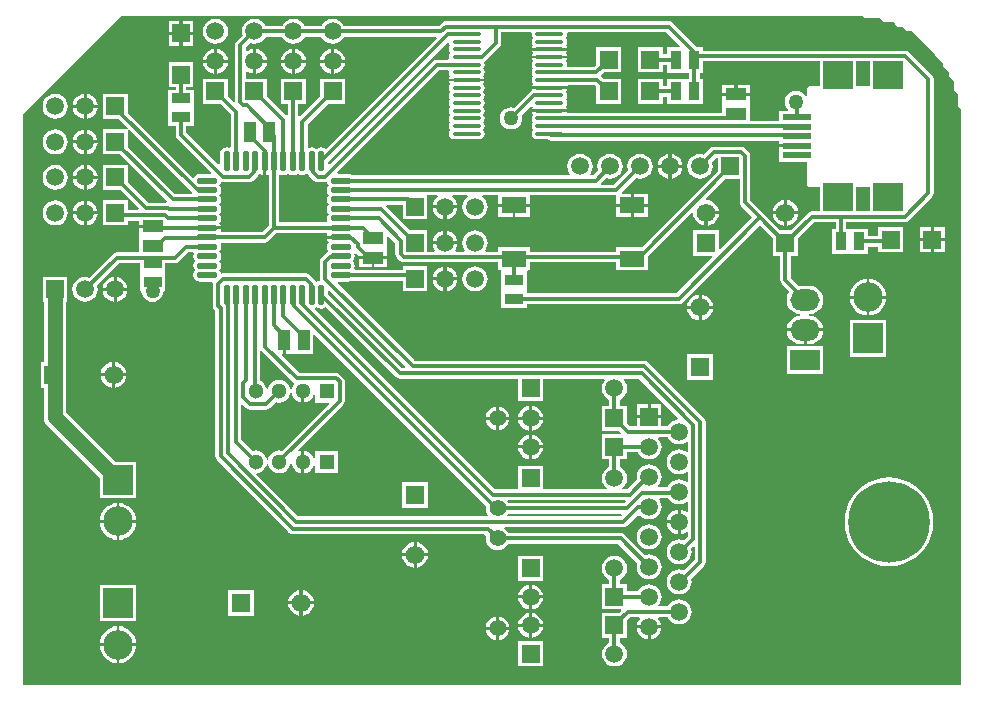
<source format=gtl>
%FSLAX42Y42*%
%MOMM*%
G71*
G01*
G75*
G04 Layer_Physical_Order=1*
G04 Layer_Color=255*
%ADD10R,1.55X0.90*%
%ADD11R,0.90X1.55*%
%ADD12R,1.50X1.50*%
%ADD13O,2.40X0.35*%
%ADD14R,1.70X1.00*%
%ADD15R,2.35X0.50*%
%ADD16R,2.50X2.35*%
%ADD17R,1.50X1.50*%
%ADD18R,2.10X1.40*%
%ADD19O,1.75X0.55*%
%ADD20O,0.55X1.75*%
%ADD21R,1.00X1.70*%
%ADD22C,0.30*%
%ADD23C,1.30*%
%ADD24C,1.50*%
%ADD25C,1.57*%
%ADD26R,1.57X1.57*%
%ADD27R,1.30X1.30*%
%ADD28C,1.30*%
%ADD29C,2.50*%
%ADD30R,2.50X2.50*%
%ADD31R,1.57X1.57*%
%ADD32C,6.90*%
%ADD33C,1.40*%
%ADD34R,2.50X1.80*%
%ADD35O,2.50X1.80*%
%ADD36C,1.27*%
G36*
X18618Y13589D02*
X18745D01*
X18771Y13564D01*
X18783Y13551D01*
X18860D01*
X18872Y13538D01*
X18898Y13513D01*
X18936D01*
X18974Y13475D01*
X19012D01*
X19215Y13271D01*
X19279Y13208D01*
Y13195D01*
Y13183D01*
X19304Y13157D01*
X19329Y13132D01*
Y13119D01*
Y13094D01*
X19342Y13081D01*
X19368Y13056D01*
Y13018D01*
Y12979D01*
X19393Y12954D01*
X19406Y12941D01*
Y12890D01*
Y12840D01*
X19418Y12827D01*
X19431Y12814D01*
Y12764D01*
Y12700D01*
Y7938D01*
X11493D01*
Y12776D01*
X12319Y13602D01*
X18605D01*
X18618Y13589D01*
D02*
G37*
%LPC*%
G36*
X18098Y10935D02*
X17956D01*
X17958Y10916D01*
X17970Y10887D01*
X17990Y10862D01*
X18015Y10843D01*
X18044Y10830D01*
X18075Y10826D01*
X18098D01*
Y10935D01*
D02*
G37*
G36*
X18265D02*
X18123D01*
Y10826D01*
X18145D01*
X18177Y10830D01*
X18206Y10843D01*
X18231Y10862D01*
X18250Y10887D01*
X18262Y10916D01*
X18265Y10935D01*
D02*
G37*
G36*
X12268Y10674D02*
Y10579D01*
X12364D01*
X12361Y10595D01*
X12350Y10621D01*
X12333Y10644D01*
X12310Y10661D01*
X12284Y10672D01*
X12268Y10674D01*
D02*
G37*
G36*
X18799Y11029D02*
X18489D01*
Y10719D01*
X18799D01*
Y11029D01*
D02*
G37*
G36*
X18631Y11211D02*
X18489D01*
X18491Y11194D01*
X18500Y11164D01*
X18514Y11137D01*
X18533Y11114D01*
X18557Y11094D01*
X18584Y11080D01*
X18613Y11071D01*
X18631Y11070D01*
Y11211D01*
D02*
G37*
G36*
X18798D02*
X18656D01*
Y11070D01*
X18674Y11071D01*
X18703Y11080D01*
X18730Y11094D01*
X18754Y11114D01*
X18773Y11137D01*
X18787Y11164D01*
X18796Y11194D01*
X18798Y11211D01*
D02*
G37*
G36*
X17209Y11125D02*
X17113D01*
X17115Y11110D01*
X17126Y11083D01*
X17144Y11060D01*
X17166Y11043D01*
X17193Y11032D01*
X17209Y11030D01*
Y11125D01*
D02*
G37*
G36*
X17329D02*
X17234D01*
Y11030D01*
X17250Y11032D01*
X17276Y11043D01*
X17299Y11060D01*
X17316Y11083D01*
X17327Y11110D01*
X17329Y11125D01*
D02*
G37*
G36*
X12243Y10674D02*
X12227Y10672D01*
X12201Y10661D01*
X12178Y10644D01*
X12161Y10621D01*
X12150Y10595D01*
X12147Y10579D01*
X12243D01*
Y10674D01*
D02*
G37*
G36*
X12306Y9479D02*
Y9337D01*
X12448D01*
X12446Y9355D01*
X12437Y9384D01*
X12423Y9411D01*
X12404Y9435D01*
X12380Y9454D01*
X12353Y9468D01*
X12324Y9477D01*
X12306Y9479D01*
D02*
G37*
G36*
X11865Y11395D02*
X11655D01*
Y11185D01*
X11664D01*
Y10675D01*
X11639D01*
Y10458D01*
X11664D01*
Y10208D01*
X11668Y10183D01*
X11668Y10183D01*
X11668Y10183D01*
X11677Y10160D01*
X11692Y10140D01*
X12139Y9694D01*
Y9520D01*
X12449D01*
Y9830D01*
X12274D01*
X11856Y10248D01*
Y10458D01*
X11856D01*
Y10675D01*
X11856D01*
Y11185D01*
X11865D01*
Y11395D01*
D02*
G37*
G36*
X17031Y9426D02*
X17016Y9424D01*
X16991Y9414D01*
X16969Y9397D01*
X16952Y9375D01*
X16942Y9349D01*
X16940Y9335D01*
X17031D01*
Y9426D01*
D02*
G37*
G36*
X12281Y9479D02*
X12263Y9477D01*
X12234Y9468D01*
X12207Y9454D01*
X12183Y9435D01*
X12164Y9411D01*
X12150Y9384D01*
X12141Y9355D01*
X12139Y9337D01*
X12281D01*
Y9479D01*
D02*
G37*
G36*
X17330Y10739D02*
X17112D01*
Y10521D01*
X17330D01*
Y10739D01*
D02*
G37*
G36*
X18265Y10813D02*
X17955D01*
Y10573D01*
X18265D01*
Y10813D01*
D02*
G37*
G36*
X12243Y10554D02*
X12147D01*
X12150Y10538D01*
X12161Y10512D01*
X12178Y10489D01*
X12201Y10471D01*
X12227Y10460D01*
X12243Y10458D01*
Y10554D01*
D02*
G37*
G36*
X12364D02*
X12268D01*
Y10458D01*
X12284Y10460D01*
X12310Y10471D01*
X12333Y10489D01*
X12350Y10512D01*
X12361Y10538D01*
X12364Y10554D01*
D02*
G37*
G36*
X17209Y11246D02*
X17193Y11244D01*
X17166Y11233D01*
X17144Y11215D01*
X17126Y11193D01*
X17115Y11166D01*
X17113Y11151D01*
X17209D01*
Y11246D01*
D02*
G37*
G36*
X15075Y11483D02*
Y11392D01*
X15166D01*
X15164Y11407D01*
X15154Y11432D01*
X15137Y11454D01*
X15115Y11471D01*
X15090Y11481D01*
X15075Y11483D01*
D02*
G37*
G36*
X14440Y11544D02*
X14338D01*
Y11477D01*
X14440D01*
Y11544D01*
D02*
G37*
G36*
X12281Y11395D02*
Y11303D01*
X12372D01*
X12370Y11318D01*
X12360Y11343D01*
X12343Y11365D01*
X12321Y11382D01*
X12296Y11393D01*
X12281Y11395D01*
D02*
G37*
G36*
X15049Y11483D02*
X15035Y11481D01*
X15009Y11471D01*
X14987Y11454D01*
X14970Y11432D01*
X14960Y11407D01*
X14958Y11392D01*
X15049D01*
Y11483D01*
D02*
G37*
G36*
X19292Y11697D02*
X19200D01*
Y11604D01*
X19292D01*
Y11697D01*
D02*
G37*
G36*
X19174Y11814D02*
X19082D01*
Y11722D01*
X19174D01*
Y11814D01*
D02*
G37*
G36*
X14568Y11544D02*
X14465D01*
Y11477D01*
X14568D01*
Y11544D01*
D02*
G37*
G36*
X19174Y11697D02*
X19082D01*
Y11604D01*
X19174D01*
Y11697D01*
D02*
G37*
G36*
X12256Y11395D02*
X12241Y11393D01*
X12215Y11382D01*
X12193Y11365D01*
X12176Y11343D01*
X12166Y11318D01*
X12164Y11303D01*
X12256D01*
Y11395D01*
D02*
G37*
G36*
X12372Y11278D02*
X12281D01*
Y11186D01*
X12296Y11188D01*
X12321Y11199D01*
X12343Y11215D01*
X12360Y11237D01*
X12370Y11263D01*
X12372Y11278D01*
D02*
G37*
G36*
X18631Y11378D02*
X18613Y11377D01*
X18584Y11368D01*
X18557Y11354D01*
X18533Y11334D01*
X18514Y11311D01*
X18500Y11284D01*
X18491Y11254D01*
X18489Y11237D01*
X18631D01*
Y11378D01*
D02*
G37*
G36*
X17234Y11246D02*
Y11151D01*
X17329D01*
X17327Y11166D01*
X17316Y11193D01*
X17299Y11215D01*
X17276Y11233D01*
X17250Y11244D01*
X17234Y11246D01*
D02*
G37*
G36*
X12256Y11278D02*
X12164D01*
X12166Y11263D01*
X12176Y11237D01*
X12193Y11215D01*
X12215Y11199D01*
X12241Y11188D01*
X12256Y11186D01*
Y11278D01*
D02*
G37*
G36*
X15049Y11367D02*
X14958D01*
X14960Y11352D01*
X14970Y11326D01*
X14987Y11304D01*
X15009Y11287D01*
X15035Y11277D01*
X15049Y11275D01*
Y11367D01*
D02*
G37*
G36*
X15166D02*
X15075D01*
Y11275D01*
X15090Y11277D01*
X15115Y11287D01*
X15137Y11304D01*
X15154Y11326D01*
X15164Y11352D01*
X15166Y11367D01*
D02*
G37*
G36*
X18656Y11378D02*
Y11237D01*
X18798D01*
X18796Y11254D01*
X18787Y11284D01*
X18773Y11311D01*
X18754Y11334D01*
X18730Y11354D01*
X18703Y11368D01*
X18674Y11377D01*
X18656Y11378D01*
D02*
G37*
G36*
X15316Y11485D02*
X15289Y11481D01*
X15263Y11471D01*
X15241Y11454D01*
X15224Y11432D01*
X15214Y11407D01*
X15210Y11379D01*
X15214Y11352D01*
X15224Y11326D01*
X15241Y11304D01*
X15263Y11287D01*
X15289Y11277D01*
X15316Y11273D01*
X15344Y11277D01*
X15369Y11287D01*
X15391Y11304D01*
X15408Y11326D01*
X15418Y11352D01*
X15422Y11379D01*
X15418Y11407D01*
X15408Y11432D01*
X15391Y11454D01*
X15369Y11471D01*
X15344Y11481D01*
X15316Y11485D01*
D02*
G37*
G36*
X17031Y9309D02*
X16940D01*
X16942Y9294D01*
X16952Y9269D01*
X16969Y9247D01*
X16991Y9230D01*
X17016Y9220D01*
X17031Y9218D01*
Y9309D01*
D02*
G37*
G36*
X15494Y8519D02*
X15481Y8518D01*
X15456Y8507D01*
X15435Y8491D01*
X15419Y8471D01*
X15409Y8446D01*
X15408Y8433D01*
X15494D01*
Y8519D01*
D02*
G37*
G36*
X15519D02*
Y8433D01*
X15606D01*
X15604Y8446D01*
X15594Y8471D01*
X15578Y8491D01*
X15557Y8507D01*
X15533Y8518D01*
X15519Y8519D01*
D02*
G37*
G36*
X15774Y8433D02*
X15682D01*
X15684Y8418D01*
X15695Y8393D01*
X15712Y8371D01*
X15734Y8354D01*
X15759Y8343D01*
X15774Y8341D01*
Y8433D01*
D02*
G37*
G36*
X15891D02*
X15799D01*
Y8341D01*
X15814Y8343D01*
X15840Y8354D01*
X15862Y8371D01*
X15878Y8393D01*
X15889Y8418D01*
X15891Y8433D01*
D02*
G37*
G36*
X15799Y8550D02*
Y8458D01*
X15891D01*
X15889Y8473D01*
X15878Y8498D01*
X15862Y8520D01*
X15840Y8537D01*
X15814Y8548D01*
X15799Y8550D01*
D02*
G37*
G36*
X12449Y8788D02*
X12139D01*
Y8478D01*
X12449D01*
Y8788D01*
D02*
G37*
G36*
X16497Y9034D02*
X16469Y9030D01*
X16444Y9020D01*
X16422Y9003D01*
X16405Y8981D01*
X16394Y8956D01*
X16391Y8928D01*
X16394Y8901D01*
X16405Y8875D01*
X16422Y8853D01*
X16444Y8836D01*
X16451Y8833D01*
Y8792D01*
X16392D01*
Y8582D01*
X16552D01*
X16556Y8570D01*
X16537Y8550D01*
X16392D01*
Y8340D01*
X16451D01*
Y8299D01*
X16444Y8296D01*
X16422Y8279D01*
X16405Y8257D01*
X16394Y8232D01*
X16391Y8204D01*
X16394Y8177D01*
X16405Y8151D01*
X16422Y8129D01*
X16444Y8112D01*
X16469Y8102D01*
X16497Y8098D01*
X16524Y8102D01*
X16550Y8112D01*
X16572Y8129D01*
X16588Y8151D01*
X16599Y8177D01*
X16603Y8204D01*
X16599Y8232D01*
X16588Y8257D01*
X16572Y8279D01*
X16550Y8296D01*
X16543Y8299D01*
Y8340D01*
X16602D01*
Y8486D01*
X16630Y8514D01*
X16705D01*
X16711Y8503D01*
X16698Y8486D01*
X16688Y8460D01*
X16686Y8446D01*
X16894D01*
X16892Y8460D01*
X16882Y8486D01*
X16869Y8503D01*
X16874Y8514D01*
X16949D01*
X16952Y8507D01*
X16969Y8485D01*
X16991Y8468D01*
X17016Y8458D01*
X17044Y8454D01*
X17071Y8458D01*
X17097Y8468D01*
X17119Y8485D01*
X17136Y8507D01*
X17146Y8532D01*
X17150Y8560D01*
X17146Y8587D01*
X17136Y8613D01*
X17119Y8635D01*
X17097Y8652D01*
X17071Y8662D01*
X17044Y8666D01*
X17016Y8662D01*
X16991Y8652D01*
X16969Y8635D01*
X16952Y8613D01*
X16949Y8606D01*
X16874D01*
X16869Y8617D01*
X16882Y8634D01*
X16892Y8659D01*
X16896Y8687D01*
X16892Y8714D01*
X16882Y8740D01*
X16865Y8762D01*
X16843Y8779D01*
X16817Y8789D01*
X16790Y8793D01*
X16762Y8789D01*
X16737Y8779D01*
X16715Y8762D01*
X16698Y8740D01*
X16695Y8733D01*
X16602D01*
Y8792D01*
X16543D01*
Y8833D01*
X16550Y8836D01*
X16572Y8853D01*
X16588Y8875D01*
X16599Y8901D01*
X16603Y8928D01*
X16599Y8956D01*
X16588Y8981D01*
X16572Y9003D01*
X16550Y9020D01*
X16524Y9030D01*
X16497Y9034D01*
D02*
G37*
G36*
X15774Y8550D02*
X15759Y8548D01*
X15734Y8537D01*
X15712Y8520D01*
X15695Y8498D01*
X15684Y8473D01*
X15682Y8458D01*
X15774D01*
Y8550D01*
D02*
G37*
G36*
X16894Y8420D02*
X16803D01*
Y8329D01*
X16817Y8331D01*
X16843Y8341D01*
X16865Y8358D01*
X16882Y8380D01*
X16892Y8405D01*
X16894Y8420D01*
D02*
G37*
G36*
X12448Y8271D02*
X12306D01*
Y8129D01*
X12324Y8130D01*
X12353Y8139D01*
X12380Y8154D01*
X12404Y8173D01*
X12423Y8197D01*
X12437Y8224D01*
X12446Y8253D01*
X12448Y8271D01*
D02*
G37*
G36*
X12281Y8438D02*
X12263Y8436D01*
X12234Y8427D01*
X12207Y8413D01*
X12183Y8393D01*
X12164Y8370D01*
X12150Y8343D01*
X12141Y8314D01*
X12139Y8296D01*
X12281D01*
Y8438D01*
D02*
G37*
G36*
X15892Y8309D02*
X15682D01*
Y8099D01*
X15892D01*
Y8309D01*
D02*
G37*
G36*
X12281Y8271D02*
X12139D01*
X12141Y8253D01*
X12150Y8224D01*
X12164Y8197D01*
X12183Y8173D01*
X12207Y8154D01*
X12234Y8139D01*
X12263Y8130D01*
X12281Y8129D01*
Y8271D01*
D02*
G37*
G36*
X15606Y8407D02*
X15519D01*
Y8321D01*
X15533Y8323D01*
X15557Y8333D01*
X15578Y8349D01*
X15594Y8370D01*
X15604Y8394D01*
X15606Y8407D01*
D02*
G37*
G36*
X16777Y8420D02*
X16686D01*
X16688Y8405D01*
X16698Y8380D01*
X16715Y8358D01*
X16737Y8341D01*
X16762Y8331D01*
X16777Y8329D01*
Y8420D01*
D02*
G37*
G36*
X12306Y8438D02*
Y8296D01*
X12448D01*
X12446Y8314D01*
X12437Y8343D01*
X12423Y8370D01*
X12404Y8393D01*
X12380Y8413D01*
X12353Y8427D01*
X12324Y8436D01*
X12306Y8438D01*
D02*
G37*
G36*
X15494Y8407D02*
X15408D01*
X15409Y8394D01*
X15419Y8370D01*
X15435Y8349D01*
X15456Y8333D01*
X15481Y8323D01*
X15494Y8321D01*
Y8407D01*
D02*
G37*
G36*
X13444Y8745D02*
X13226D01*
Y8527D01*
X13444D01*
Y8745D01*
D02*
G37*
G36*
X18821Y9698D02*
X18762Y9693D01*
X18705Y9680D01*
X18650Y9657D01*
X18600Y9626D01*
X18555Y9588D01*
X18517Y9543D01*
X18486Y9493D01*
X18463Y9438D01*
X18449Y9381D01*
X18445Y9322D01*
X18449Y9263D01*
X18463Y9206D01*
X18486Y9151D01*
X18517Y9101D01*
X18555Y9056D01*
X18600Y9017D01*
X18650Y8987D01*
X18705Y8964D01*
X18762Y8950D01*
X18821Y8946D01*
X18880Y8950D01*
X18937Y8964D01*
X18992Y8987D01*
X19042Y9017D01*
X19087Y9056D01*
X19125Y9101D01*
X19156Y9151D01*
X19179Y9206D01*
X19192Y9263D01*
X19197Y9322D01*
X19192Y9381D01*
X19179Y9438D01*
X19156Y9493D01*
X19125Y9543D01*
X19087Y9588D01*
X19042Y9626D01*
X18992Y9657D01*
X18937Y9680D01*
X18880Y9693D01*
X18821Y9698D01*
D02*
G37*
G36*
X14796Y9150D02*
X14780Y9148D01*
X14753Y9137D01*
X14731Y9120D01*
X14713Y9097D01*
X14702Y9071D01*
X14700Y9055D01*
X14796D01*
Y9150D01*
D02*
G37*
G36*
Y9030D02*
X14700D01*
X14702Y9014D01*
X14713Y8988D01*
X14731Y8965D01*
X14753Y8947D01*
X14780Y8936D01*
X14796Y8934D01*
Y9030D01*
D02*
G37*
G36*
X14916D02*
X14821D01*
Y8934D01*
X14837Y8936D01*
X14863Y8947D01*
X14886Y8965D01*
X14903Y8988D01*
X14914Y9014D01*
X14916Y9030D01*
D02*
G37*
G36*
X12281Y9312D02*
X12139D01*
X12141Y9294D01*
X12150Y9265D01*
X12164Y9238D01*
X12183Y9214D01*
X12207Y9195D01*
X12234Y9181D01*
X12263Y9172D01*
X12281Y9170D01*
Y9312D01*
D02*
G37*
G36*
X12448D02*
X12306D01*
Y9170D01*
X12324Y9172D01*
X12353Y9181D01*
X12380Y9195D01*
X12404Y9214D01*
X12423Y9238D01*
X12437Y9265D01*
X12446Y9294D01*
X12448Y9312D01*
D02*
G37*
G36*
X14821Y9150D02*
Y9055D01*
X14916D01*
X14914Y9071D01*
X14903Y9097D01*
X14886Y9120D01*
X14863Y9137D01*
X14837Y9148D01*
X14821Y9150D01*
D02*
G37*
G36*
X16790Y9301D02*
X16762Y9297D01*
X16737Y9287D01*
X16715Y9270D01*
X16698Y9248D01*
X16688Y9222D01*
X16684Y9195D01*
X16688Y9167D01*
X16698Y9142D01*
X16715Y9120D01*
X16737Y9103D01*
X16762Y9093D01*
X16790Y9089D01*
X16817Y9093D01*
X16843Y9103D01*
X16865Y9120D01*
X16882Y9142D01*
X16892Y9167D01*
X16896Y9195D01*
X16892Y9222D01*
X16882Y9248D01*
X16865Y9270D01*
X16843Y9287D01*
X16817Y9297D01*
X16790Y9301D01*
D02*
G37*
G36*
X15892Y9033D02*
X15682D01*
Y8823D01*
X15892D01*
Y9033D01*
D02*
G37*
G36*
X15774Y8674D02*
X15682D01*
X15684Y8659D01*
X15695Y8634D01*
X15712Y8612D01*
X15734Y8595D01*
X15759Y8585D01*
X15774Y8583D01*
Y8674D01*
D02*
G37*
G36*
X15891D02*
X15799D01*
Y8583D01*
X15814Y8585D01*
X15840Y8595D01*
X15862Y8612D01*
X15878Y8634D01*
X15889Y8659D01*
X15891Y8674D01*
D02*
G37*
G36*
X13830Y8623D02*
X13735D01*
X13737Y8608D01*
X13748Y8581D01*
X13765Y8558D01*
X13788Y8541D01*
X13815Y8530D01*
X13830Y8528D01*
Y8623D01*
D02*
G37*
G36*
X13951D02*
X13856D01*
Y8528D01*
X13871Y8530D01*
X13898Y8541D01*
X13921Y8558D01*
X13938Y8581D01*
X13949Y8608D01*
X13951Y8623D01*
D02*
G37*
G36*
X15774Y8791D02*
X15759Y8789D01*
X15734Y8779D01*
X15712Y8762D01*
X15695Y8740D01*
X15684Y8714D01*
X15682Y8700D01*
X15774D01*
Y8791D01*
D02*
G37*
G36*
X15799D02*
Y8700D01*
X15891D01*
X15889Y8714D01*
X15878Y8740D01*
X15862Y8762D01*
X15840Y8779D01*
X15814Y8789D01*
X15799Y8791D01*
D02*
G37*
G36*
X13830Y8744D02*
X13815Y8742D01*
X13788Y8731D01*
X13765Y8714D01*
X13748Y8691D01*
X13737Y8664D01*
X13735Y8649D01*
X13830D01*
Y8744D01*
D02*
G37*
G36*
X13856D02*
Y8649D01*
X13951D01*
X13949Y8664D01*
X13938Y8691D01*
X13921Y8714D01*
X13898Y8731D01*
X13871Y8742D01*
X13856Y8744D01*
D02*
G37*
G36*
X12030Y12343D02*
Y12251D01*
X12121D01*
X12119Y12266D01*
X12109Y12292D01*
X12092Y12313D01*
X12070Y12330D01*
X12044Y12341D01*
X12030Y12343D01*
D02*
G37*
G36*
X12004D02*
X11989Y12341D01*
X11964Y12330D01*
X11942Y12313D01*
X11925Y12292D01*
X11915Y12266D01*
X11913Y12251D01*
X12004D01*
Y12343D01*
D02*
G37*
G36*
X13106Y13208D02*
X13015D01*
X13017Y13193D01*
X13027Y13168D01*
X13044Y13146D01*
X13066Y13129D01*
X13092Y13118D01*
X13106Y13116D01*
Y13208D01*
D02*
G37*
G36*
X13223D02*
X13132D01*
Y13116D01*
X13147Y13118D01*
X13172Y13129D01*
X13194Y13146D01*
X13211Y13168D01*
X13221Y13193D01*
X13223Y13208D01*
D02*
G37*
G36*
X13106Y13325D02*
X13092Y13323D01*
X13066Y13312D01*
X13044Y13296D01*
X13027Y13274D01*
X13017Y13248D01*
X13015Y13233D01*
X13106D01*
Y13325D01*
D02*
G37*
G36*
X12004Y12226D02*
X11913D01*
X11915Y12211D01*
X11925Y12186D01*
X11942Y12164D01*
X11964Y12147D01*
X11989Y12136D01*
X12004Y12134D01*
Y12226D01*
D02*
G37*
G36*
X11763Y12344D02*
X11735Y12341D01*
X11710Y12330D01*
X11688Y12313D01*
X11671Y12292D01*
X11661Y12266D01*
X11657Y12239D01*
X11661Y12211D01*
X11671Y12186D01*
X11688Y12164D01*
X11710Y12147D01*
X11735Y12136D01*
X11763Y12133D01*
X11790Y12136D01*
X11816Y12147D01*
X11838Y12164D01*
X11855Y12186D01*
X11865Y12211D01*
X11869Y12239D01*
X11865Y12266D01*
X11855Y12292D01*
X11838Y12313D01*
X11816Y12330D01*
X11790Y12341D01*
X11763Y12344D01*
D02*
G37*
G36*
X13132Y13325D02*
Y13233D01*
X13223D01*
X13221Y13248D01*
X13211Y13274D01*
X13194Y13296D01*
X13172Y13312D01*
X13147Y13323D01*
X13132Y13325D01*
D02*
G37*
G36*
X12121Y12226D02*
X12030D01*
Y12134D01*
X12044Y12136D01*
X12070Y12147D01*
X12092Y12164D01*
X12109Y12186D01*
X12119Y12211D01*
X12121Y12226D01*
D02*
G37*
G36*
X12030Y12944D02*
Y12852D01*
X12121D01*
X12119Y12867D01*
X12109Y12893D01*
X12092Y12915D01*
X12070Y12931D01*
X12044Y12942D01*
X12030Y12944D01*
D02*
G37*
G36*
X12121Y12526D02*
X12030D01*
Y12435D01*
X12044Y12437D01*
X12070Y12447D01*
X12092Y12464D01*
X12109Y12486D01*
X12119Y12512D01*
X12121Y12526D01*
D02*
G37*
G36*
X12004D02*
X11913D01*
X11915Y12512D01*
X11925Y12486D01*
X11942Y12464D01*
X11964Y12447D01*
X11989Y12437D01*
X12004Y12435D01*
Y12526D01*
D02*
G37*
G36*
X12030Y12643D02*
Y12552D01*
X12121D01*
X12119Y12567D01*
X12109Y12592D01*
X12092Y12614D01*
X12070Y12631D01*
X12044Y12641D01*
X12030Y12643D01*
D02*
G37*
G36*
X12004D02*
X11989Y12641D01*
X11964Y12631D01*
X11942Y12614D01*
X11925Y12592D01*
X11915Y12567D01*
X11913Y12552D01*
X12004D01*
Y12643D01*
D02*
G37*
G36*
X11763Y12645D02*
X11735Y12641D01*
X11710Y12631D01*
X11688Y12614D01*
X11671Y12592D01*
X11661Y12567D01*
X11657Y12539D01*
X11661Y12512D01*
X11671Y12486D01*
X11688Y12464D01*
X11710Y12447D01*
X11735Y12437D01*
X11763Y12433D01*
X11790Y12437D01*
X11816Y12447D01*
X11838Y12464D01*
X11855Y12486D01*
X11865Y12512D01*
X11869Y12539D01*
X11865Y12567D01*
X11855Y12592D01*
X11838Y12614D01*
X11816Y12631D01*
X11790Y12641D01*
X11763Y12645D01*
D02*
G37*
G36*
X12121Y12827D02*
X12030D01*
Y12735D01*
X12044Y12737D01*
X12070Y12748D01*
X12092Y12765D01*
X12109Y12787D01*
X12119Y12812D01*
X12121Y12827D01*
D02*
G37*
G36*
X12004Y12944D02*
X11989Y12942D01*
X11964Y12931D01*
X11942Y12915D01*
X11925Y12893D01*
X11915Y12867D01*
X11913Y12852D01*
X12004D01*
Y12944D01*
D02*
G37*
G36*
X11763Y12946D02*
X11735Y12942D01*
X11710Y12931D01*
X11688Y12915D01*
X11671Y12893D01*
X11661Y12867D01*
X11657Y12840D01*
X11661Y12812D01*
X11671Y12787D01*
X11688Y12765D01*
X11710Y12748D01*
X11735Y12737D01*
X11763Y12734D01*
X11790Y12737D01*
X11816Y12748D01*
X11838Y12765D01*
X11855Y12787D01*
X11865Y12812D01*
X11869Y12840D01*
X11865Y12867D01*
X11855Y12893D01*
X11838Y12915D01*
X11816Y12931D01*
X11790Y12942D01*
X11763Y12946D01*
D02*
G37*
G36*
X12004Y12827D02*
X11913D01*
X11915Y12812D01*
X11925Y12787D01*
X11942Y12765D01*
X11964Y12748D01*
X11989Y12737D01*
X12004Y12735D01*
Y12827D01*
D02*
G37*
G36*
X12814Y13564D02*
X12722D01*
Y13472D01*
X12814D01*
Y13564D01*
D02*
G37*
G36*
X11763Y12044D02*
X11735Y12040D01*
X11710Y12030D01*
X11688Y12013D01*
X11671Y11991D01*
X11661Y11965D01*
X11657Y11938D01*
X11661Y11911D01*
X11671Y11885D01*
X11688Y11863D01*
X11710Y11846D01*
X11735Y11836D01*
X11763Y11832D01*
X11790Y11836D01*
X11816Y11846D01*
X11838Y11863D01*
X11855Y11885D01*
X11865Y11911D01*
X11869Y11938D01*
X11865Y11965D01*
X11855Y11991D01*
X11838Y12013D01*
X11816Y12030D01*
X11790Y12040D01*
X11763Y12044D01*
D02*
G37*
G36*
X12004Y11925D02*
X11913D01*
X11915Y11911D01*
X11925Y11885D01*
X11942Y11863D01*
X11964Y11846D01*
X11989Y11836D01*
X12004Y11834D01*
Y11925D01*
D02*
G37*
G36*
X12121D02*
X12030D01*
Y11834D01*
X12044Y11836D01*
X12070Y11846D01*
X12092Y11863D01*
X12109Y11885D01*
X12119Y11911D01*
X12121Y11925D01*
D02*
G37*
G36*
X13119Y13581D02*
X13092Y13577D01*
X13066Y13566D01*
X13044Y13550D01*
X13027Y13528D01*
X13017Y13502D01*
X13013Y13475D01*
X13017Y13447D01*
X13027Y13422D01*
X13044Y13400D01*
X13066Y13383D01*
X13092Y13372D01*
X13119Y13369D01*
X13147Y13372D01*
X13172Y13383D01*
X13194Y13400D01*
X13211Y13422D01*
X13221Y13447D01*
X13225Y13475D01*
X13221Y13502D01*
X13211Y13528D01*
X13194Y13550D01*
X13172Y13566D01*
X13147Y13577D01*
X13119Y13581D01*
D02*
G37*
G36*
X12932Y13446D02*
X12840D01*
Y13354D01*
X12932D01*
Y13446D01*
D02*
G37*
G36*
X12814D02*
X12722D01*
Y13354D01*
X12814D01*
Y13446D01*
D02*
G37*
G36*
X19292Y11814D02*
X19200D01*
Y11722D01*
X19292D01*
Y11814D01*
D02*
G37*
G36*
X12932Y13564D02*
X12840D01*
Y13472D01*
X12932D01*
Y13564D01*
D02*
G37*
G36*
X14110Y13581D02*
X14082Y13577D01*
X14057Y13566D01*
X14035Y13550D01*
X14018Y13528D01*
X14015Y13521D01*
X13874D01*
X13871Y13528D01*
X13854Y13550D01*
X13832Y13566D01*
X13807Y13577D01*
X13779Y13581D01*
X13752Y13577D01*
X13727Y13566D01*
X13705Y13550D01*
X13688Y13528D01*
X13685Y13521D01*
X13544D01*
X13541Y13528D01*
X13524Y13550D01*
X13502Y13566D01*
X13477Y13577D01*
X13449Y13581D01*
X13422Y13577D01*
X13396Y13566D01*
X13374Y13550D01*
X13358Y13528D01*
X13347Y13502D01*
X13343Y13475D01*
X13347Y13447D01*
X13350Y13440D01*
X13297Y13387D01*
X13287Y13372D01*
X13283Y13355D01*
Y12884D01*
X13272Y12879D01*
X13224Y12927D01*
Y13072D01*
X13014D01*
Y12862D01*
X13159D01*
X13249Y12772D01*
Y12496D01*
X13237Y12490D01*
X13237Y12490D01*
X13214Y12495D01*
X13192Y12490D01*
X13173Y12477D01*
X13160Y12458D01*
X13156Y12436D01*
Y12354D01*
X13144Y12349D01*
X12873Y12620D01*
Y12676D01*
X12935D01*
Y12822D01*
X12935Y12822D01*
D01*
D01*
X12935Y12826D01*
Y12826D01*
Y12828D01*
X12935Y12831D01*
D01*
X12935Y12835D01*
X12935Y12835D01*
X12935D01*
Y12981D01*
X12873D01*
Y13004D01*
X12932D01*
Y13214D01*
X12722D01*
Y13004D01*
X12781D01*
Y12981D01*
X12719D01*
Y12835D01*
X12719Y12835D01*
X12719D01*
X12719Y12831D01*
Y12828D01*
Y12826D01*
X12719Y12822D01*
X12719Y12822D01*
X12719D01*
Y12676D01*
X12781D01*
Y12601D01*
X12781Y12601D01*
X12781D01*
X12785Y12583D01*
X12795Y12568D01*
X13082Y12281D01*
X13077Y12270D01*
X12989D01*
X12967Y12265D01*
X12948Y12252D01*
X12938Y12238D01*
X12926Y12237D01*
X12376Y12787D01*
Y12945D01*
X12166D01*
Y12735D01*
X12298D01*
X12377Y12656D01*
X12376Y12653D01*
D01*
X12372Y12644D01*
X12166D01*
Y12434D01*
X12311D01*
X12709Y12036D01*
X12704Y12025D01*
X12550D01*
X12376Y12198D01*
Y12344D01*
X12166D01*
Y12134D01*
X12311D01*
X12468Y11976D01*
X12463Y11965D01*
X12376D01*
Y12043D01*
X12166D01*
Y11833D01*
X12376D01*
Y11873D01*
X12471D01*
Y11836D01*
X12586D01*
Y11811D01*
X12471D01*
Y11744D01*
X12471Y11744D01*
X12471Y11739D01*
X12471D01*
Y11603D01*
X12281D01*
X12263Y11599D01*
X12248Y11589D01*
X12049Y11390D01*
X12042Y11393D01*
X12014Y11396D01*
X11987Y11393D01*
X11961Y11382D01*
X11939Y11365D01*
X11922Y11343D01*
X11912Y11318D01*
X11908Y11290D01*
X11912Y11263D01*
X11922Y11237D01*
X11939Y11215D01*
X11961Y11199D01*
X11987Y11188D01*
X12014Y11184D01*
X12042Y11188D01*
X12067Y11199D01*
X12089Y11215D01*
X12106Y11237D01*
X12116Y11263D01*
X12120Y11290D01*
X12116Y11318D01*
X12114Y11325D01*
X12300Y11511D01*
X12478D01*
Y11438D01*
X12478Y11438D01*
X12478D01*
X12478Y11434D01*
Y11431D01*
Y11429D01*
X12478Y11425D01*
X12478Y11425D01*
X12478D01*
Y11279D01*
X12490D01*
X12491Y11278D01*
X12495Y11253D01*
X12504Y11230D01*
X12519Y11211D01*
X12539Y11196D01*
X12561Y11187D01*
X12586Y11183D01*
X12610Y11187D01*
X12633Y11196D01*
X12652Y11211D01*
X12667Y11230D01*
X12677Y11253D01*
X12680Y11278D01*
X12681Y11279D01*
X12693D01*
Y11425D01*
X12693Y11425D01*
D01*
D01*
X12693Y11429D01*
Y11429D01*
Y11431D01*
X12693Y11434D01*
D01*
X12693Y11438D01*
X12693Y11438D01*
X12693D01*
Y11511D01*
X12776D01*
X12794Y11515D01*
X12809Y11525D01*
X12889Y11605D01*
X12930D01*
X12936Y11594D01*
X12935Y11593D01*
X12931Y11571D01*
X12935Y11549D01*
X12947Y11531D01*
X12935Y11513D01*
X12931Y11491D01*
X12935Y11469D01*
X12947Y11451D01*
X12935Y11433D01*
X12931Y11411D01*
X12935Y11389D01*
X12948Y11370D01*
X12967Y11357D01*
X12989Y11352D01*
X13089D01*
X13097Y11343D01*
X13096Y11336D01*
Y11153D01*
X13100Y11136D01*
X13109Y11121D01*
X13116Y11114D01*
Y9876D01*
X13116Y9876D01*
X13116D01*
X13120Y9858D01*
X13129Y9843D01*
X13744Y9229D01*
X13759Y9219D01*
X13777Y9215D01*
X15392D01*
X15405Y9210D01*
X15409Y9206D01*
X15406Y9182D01*
X15409Y9156D01*
X15419Y9132D01*
X15435Y9111D01*
X15456Y9095D01*
X15481Y9085D01*
X15507Y9081D01*
X15533Y9085D01*
X15557Y9095D01*
X15578Y9111D01*
X15594Y9132D01*
X15596Y9136D01*
X16530D01*
X16691Y8975D01*
X16688Y8968D01*
X16684Y8941D01*
X16688Y8913D01*
X16698Y8888D01*
X16715Y8866D01*
X16737Y8849D01*
X16762Y8839D01*
X16790Y8835D01*
X16817Y8839D01*
X16843Y8849D01*
X16865Y8866D01*
X16882Y8888D01*
X16892Y8913D01*
X16896Y8941D01*
X16892Y8968D01*
X16882Y8994D01*
X16865Y9016D01*
X16843Y9033D01*
X16817Y9043D01*
X16790Y9047D01*
X16762Y9043D01*
X16755Y9040D01*
X16581Y9215D01*
X16566Y9224D01*
X16549Y9228D01*
X15596D01*
X15594Y9233D01*
X15578Y9253D01*
X15565Y9263D01*
X15569Y9275D01*
X16569D01*
X16586Y9279D01*
X16601Y9289D01*
X16696Y9383D01*
X16708Y9382D01*
X16715Y9374D01*
X16737Y9357D01*
X16762Y9347D01*
X16790Y9343D01*
X16817Y9347D01*
X16843Y9357D01*
X16865Y9374D01*
X16882Y9396D01*
X16892Y9421D01*
X16896Y9449D01*
X16892Y9476D01*
X16882Y9502D01*
X16874Y9512D01*
X16880Y9523D01*
X16952D01*
X16952Y9523D01*
X16969Y9501D01*
X16991Y9484D01*
X17016Y9474D01*
X17044Y9470D01*
X17071Y9474D01*
X17097Y9484D01*
X17107Y9492D01*
X17118Y9486D01*
Y9412D01*
X17107Y9406D01*
X17097Y9414D01*
X17071Y9424D01*
X17057Y9426D01*
Y9322D01*
Y9218D01*
X17071Y9220D01*
X17097Y9230D01*
X17107Y9238D01*
X17118Y9232D01*
Y9195D01*
X17087Y9164D01*
X17071Y9170D01*
X17044Y9174D01*
X17016Y9170D01*
X16991Y9160D01*
X16969Y9143D01*
X16952Y9121D01*
X16942Y9095D01*
X16938Y9068D01*
X16942Y9040D01*
X16952Y9015D01*
X16969Y8993D01*
X16991Y8976D01*
X17016Y8966D01*
X17044Y8962D01*
X17071Y8966D01*
X17097Y8976D01*
X17119Y8993D01*
X17136Y9015D01*
X17146Y9040D01*
X17150Y9068D01*
X17146Y9093D01*
X17166Y9113D01*
X17178Y9108D01*
Y9001D01*
X17087Y8910D01*
X17071Y8916D01*
X17044Y8920D01*
X17016Y8916D01*
X16991Y8906D01*
X16969Y8889D01*
X16952Y8867D01*
X16942Y8841D01*
X16938Y8814D01*
X16942Y8786D01*
X16952Y8761D01*
X16969Y8739D01*
X16991Y8722D01*
X17016Y8712D01*
X17044Y8708D01*
X17071Y8712D01*
X17097Y8722D01*
X17119Y8739D01*
X17136Y8761D01*
X17146Y8786D01*
X17150Y8814D01*
X17146Y8839D01*
X17256Y8949D01*
X17266Y8964D01*
X17270Y8982D01*
Y10170D01*
X17266Y10188D01*
X17256Y10202D01*
X17244Y10211D01*
X16783Y10672D01*
X16768Y10681D01*
X16751Y10685D01*
X14808D01*
X14152Y11341D01*
X14157Y11352D01*
X14239D01*
X14262Y11357D01*
X14274Y11365D01*
X14703D01*
Y11274D01*
X14913D01*
Y11484D01*
X14703D01*
Y11457D01*
X14299D01*
X14293Y11468D01*
X14294Y11469D01*
X14298Y11491D01*
X14294Y11513D01*
X14282Y11531D01*
X14294Y11549D01*
X14298Y11571D01*
X14295Y11588D01*
X14305Y11595D01*
X14323Y11583D01*
X14337Y11570D01*
X14568D01*
Y11637D01*
D01*
Y11637D01*
X14568Y11637D01*
Y11642D01*
X14568D01*
Y11742D01*
X14579Y11746D01*
X14642Y11683D01*
Y11590D01*
X14642Y11590D01*
X14642D01*
X14646Y11573D01*
X14656Y11558D01*
X14682Y11532D01*
X14697Y11522D01*
X14715Y11518D01*
X15511D01*
Y11451D01*
X15539D01*
Y11442D01*
X15539D01*
Y11292D01*
X15539Y11292D01*
X15539Y11286D01*
X15539D01*
Y11136D01*
X15754D01*
Y11166D01*
X17041D01*
X17058Y11169D01*
X17073Y11179D01*
X17729Y11835D01*
X17836Y11728D01*
Y11575D01*
X17899D01*
Y11367D01*
X17899Y11367D01*
X17899D01*
X17903Y11349D01*
X17913Y11334D01*
X17977Y11270D01*
X17970Y11262D01*
X17958Y11233D01*
X17954Y11201D01*
X17958Y11170D01*
X17970Y11141D01*
X17990Y11116D01*
X18015Y11097D01*
X18044Y11084D01*
X18072Y11081D01*
Y11068D01*
X18044Y11064D01*
X18015Y11052D01*
X17990Y11033D01*
X17970Y11008D01*
X17958Y10979D01*
X17956Y10960D01*
X18265D01*
X18262Y10979D01*
X18250Y11008D01*
X18231Y11033D01*
X18206Y11052D01*
X18177Y11064D01*
X18148Y11068D01*
Y11081D01*
X18177Y11084D01*
X18206Y11097D01*
X18231Y11116D01*
X18250Y11141D01*
X18262Y11170D01*
X18266Y11201D01*
X18262Y11233D01*
X18250Y11262D01*
X18231Y11287D01*
X18206Y11306D01*
X18177Y11318D01*
X18145Y11322D01*
X18075D01*
X18057Y11320D01*
X17991Y11386D01*
Y11575D01*
X18054D01*
Y11728D01*
X18186Y11860D01*
X18369D01*
Y11804D01*
X18340D01*
Y11589D01*
X18486D01*
X18486Y11589D01*
Y11589D01*
X18490Y11589D01*
X18493D01*
X18495D01*
X18499Y11589D01*
X18499Y11589D01*
Y11589D01*
X18645D01*
Y11651D01*
X18732D01*
Y11604D01*
X18942D01*
Y11814D01*
X18732D01*
Y11743D01*
X18645D01*
Y11804D01*
X18499D01*
X18499Y11804D01*
Y11804D01*
X18495Y11804D01*
X18493D01*
X18490D01*
X18486Y11804D01*
X18486Y11804D01*
Y11804D01*
X18461D01*
Y11860D01*
X18958D01*
X18975Y11863D01*
X18990Y11873D01*
X19186Y12070D01*
X19196Y12085D01*
X19200Y12102D01*
X19200Y12102D01*
X19200Y12102D01*
Y12102D01*
Y13069D01*
X19196Y13087D01*
X19186Y13102D01*
X18990Y13298D01*
X18975Y13308D01*
X18958Y13312D01*
X17248D01*
Y13341D01*
X17195D01*
X16988Y13548D01*
X16973Y13558D01*
X16956Y13561D01*
X15069D01*
X15051Y13558D01*
X15036Y13548D01*
X15009Y13521D01*
X14204D01*
X14201Y13528D01*
X14185Y13550D01*
X14163Y13566D01*
X14137Y13577D01*
X14110Y13581D01*
D02*
G37*
G36*
X12004Y12042D02*
X11989Y12040D01*
X11964Y12030D01*
X11942Y12013D01*
X11925Y11991D01*
X11915Y11965D01*
X11913Y11951D01*
X12004D01*
Y12042D01*
D02*
G37*
G36*
X12030D02*
Y11951D01*
X12121D01*
X12119Y11965D01*
X12109Y11991D01*
X12092Y12013D01*
X12070Y12030D01*
X12044Y12040D01*
X12030Y12042D01*
D02*
G37*
%LPD*%
G36*
X13992Y11132D02*
X14014Y11127D01*
X14037Y11132D01*
X14053Y11143D01*
X14649Y10547D01*
X14649Y10547D01*
X14649D01*
X14649Y10547D01*
X14649D01*
X14649Y10547D01*
Y10547D01*
Y10547D01*
D01*
D01*
X14649D01*
Y10547D01*
X14664Y10537D01*
X14681Y10533D01*
X15682D01*
Y10347D01*
X15892D01*
Y10533D01*
X16412D01*
X16418Y10522D01*
X16405Y10505D01*
X16394Y10480D01*
X16391Y10452D01*
X16394Y10425D01*
X16405Y10399D01*
X16422Y10377D01*
X16444Y10360D01*
X16451Y10357D01*
Y10303D01*
X16392D01*
Y10093D01*
X16537D01*
X16556Y10074D01*
X16552Y10062D01*
X16392D01*
Y9852D01*
X16451D01*
Y9785D01*
X16444Y9782D01*
X16422Y9765D01*
X16405Y9743D01*
X16394Y9718D01*
X16391Y9690D01*
X16394Y9663D01*
X16405Y9637D01*
X16422Y9615D01*
X16430Y9609D01*
X16426Y9597D01*
X15892D01*
Y9795D01*
X15682D01*
Y9597D01*
X15486D01*
X13960Y11122D01*
X13962Y11135D01*
X13974Y11144D01*
X13992Y11132D01*
D02*
G37*
G36*
X16591Y9493D02*
X16580Y9482D01*
X15596D01*
X15594Y9487D01*
X15588Y9494D01*
X15594Y9505D01*
X16587D01*
X16591Y9493D01*
D02*
G37*
G36*
X14991Y13417D02*
X14053Y12479D01*
X14037Y12490D01*
X14014Y12495D01*
X13992Y12490D01*
X13974Y12478D01*
X13957Y12490D01*
X13934Y12495D01*
X13912Y12490D01*
X13911Y12490D01*
X13900Y12496D01*
Y12692D01*
X14070Y12862D01*
X14215D01*
Y13072D01*
X14005D01*
Y12927D01*
X13832Y12754D01*
X13820Y12759D01*
Y12862D01*
X13885D01*
Y13072D01*
X13674D01*
Y12862D01*
X13729D01*
Y12769D01*
X13717Y12764D01*
X13554Y12927D01*
Y13072D01*
X13375D01*
Y13131D01*
X13387Y13136D01*
X13396Y13129D01*
X13422Y13118D01*
X13437Y13116D01*
Y13221D01*
Y13325D01*
X13422Y13323D01*
X13396Y13312D01*
X13387Y13305D01*
X13375Y13311D01*
Y13336D01*
X13415Y13375D01*
X13422Y13372D01*
X13449Y13369D01*
X13477Y13372D01*
X13502Y13383D01*
X13524Y13400D01*
X13541Y13422D01*
X13544Y13429D01*
X13685D01*
X13688Y13422D01*
X13705Y13400D01*
X13727Y13383D01*
X13752Y13372D01*
X13779Y13369D01*
X13807Y13372D01*
X13832Y13383D01*
X13854Y13400D01*
X13871Y13422D01*
X13874Y13429D01*
X14015D01*
X14018Y13422D01*
X14035Y13400D01*
X14057Y13383D01*
X14082Y13372D01*
X14110Y13369D01*
X14137Y13372D01*
X14163Y13383D01*
X14185Y13400D01*
X14201Y13422D01*
X14204Y13429D01*
X14986D01*
X14991Y13417D01*
D02*
G37*
G36*
X18659Y13016D02*
X18544D01*
Y13220D01*
X18659D01*
Y13016D01*
D02*
G37*
G36*
X16952Y10031D02*
X16969Y10009D01*
X16991Y9992D01*
X17016Y9982D01*
X17044Y9978D01*
X17071Y9982D01*
X17097Y9992D01*
X17107Y10000D01*
X17118Y9994D01*
Y9920D01*
X17107Y9914D01*
X17097Y9922D01*
X17071Y9932D01*
X17044Y9936D01*
X17016Y9932D01*
X16991Y9922D01*
X16969Y9905D01*
X16952Y9883D01*
X16942Y9857D01*
X16938Y9830D01*
X16942Y9802D01*
X16952Y9777D01*
X16969Y9755D01*
X16991Y9738D01*
X17016Y9728D01*
X17044Y9724D01*
X17071Y9728D01*
X17097Y9738D01*
X17107Y9746D01*
X17118Y9740D01*
Y9666D01*
X17107Y9660D01*
X17097Y9668D01*
X17071Y9678D01*
X17044Y9682D01*
X17016Y9678D01*
X16991Y9668D01*
X16969Y9651D01*
X16952Y9629D01*
X16946Y9615D01*
X16867D01*
X16863Y9627D01*
X16865Y9628D01*
X16882Y9650D01*
X16892Y9675D01*
X16896Y9703D01*
X16892Y9730D01*
X16882Y9756D01*
X16865Y9778D01*
X16843Y9795D01*
X16817Y9805D01*
X16790Y9809D01*
X16762Y9805D01*
X16737Y9795D01*
X16715Y9778D01*
X16698Y9756D01*
X16688Y9730D01*
X16684Y9703D01*
X16687Y9678D01*
X16606Y9597D01*
X16568D01*
X16563Y9609D01*
X16572Y9615D01*
X16588Y9637D01*
X16599Y9663D01*
X16603Y9690D01*
X16599Y9718D01*
X16588Y9743D01*
X16572Y9765D01*
X16550Y9782D01*
X16543Y9785D01*
Y9852D01*
X16602D01*
Y9911D01*
X16695D01*
X16698Y9904D01*
X16715Y9882D01*
X16737Y9865D01*
X16762Y9855D01*
X16790Y9851D01*
X16817Y9855D01*
X16843Y9865D01*
X16865Y9882D01*
X16882Y9904D01*
X16892Y9929D01*
X16896Y9957D01*
X16892Y9984D01*
X16882Y10010D01*
X16869Y10027D01*
X16874Y10038D01*
X16949D01*
X16952Y10031D01*
D02*
G37*
G36*
X14066Y11754D02*
X14065Y11753D01*
X14063Y11744D01*
X14179D01*
Y11718D01*
X14063D01*
X14065Y11709D01*
X14077Y11691D01*
X14065Y11673D01*
X14061Y11651D01*
X14065Y11629D01*
X14068Y11624D01*
X14072Y11606D01*
X14057Y11596D01*
X14014Y11553D01*
X14005Y11539D01*
X14001Y11521D01*
X14001Y11521D01*
X14001D01*
X14001Y11521D01*
X14001D01*
Y11381D01*
X14005Y11363D01*
X14004Y11363D01*
X13992Y11360D01*
X13988Y11357D01*
X13969Y11354D01*
X13959Y11368D01*
X13916Y11412D01*
X13901Y11422D01*
X13884Y11425D01*
X13185D01*
X13168Y11422D01*
X13166Y11422D01*
X13164Y11433D01*
X13152Y11451D01*
X13164Y11469D01*
X13168Y11491D01*
X13164Y11513D01*
X13152Y11531D01*
X13164Y11549D01*
X13168Y11571D01*
X13164Y11593D01*
X13152Y11611D01*
X13164Y11629D01*
X13168Y11651D01*
X13164Y11673D01*
X13163Y11674D01*
X13169Y11685D01*
X13534D01*
X13552Y11689D01*
X13567Y11699D01*
X13633Y11765D01*
X14060D01*
X14066Y11754D01*
D02*
G37*
G36*
X17039Y10201D02*
X17035Y10189D01*
X17016Y10186D01*
X16991Y10176D01*
X16969Y10159D01*
X16952Y10137D01*
X16949Y10130D01*
X16895D01*
Y10198D01*
X16685D01*
Y10130D01*
X16630D01*
X16602Y10158D01*
Y10303D01*
X16543D01*
Y10357D01*
X16550Y10360D01*
X16572Y10377D01*
X16588Y10399D01*
X16599Y10425D01*
X16603Y10452D01*
X16599Y10480D01*
X16588Y10505D01*
X16576Y10522D01*
X16581Y10533D01*
X16707D01*
X17039Y10201D01*
D02*
G37*
G36*
X15409Y9457D02*
X15406Y9436D01*
X15409Y9410D01*
X15419Y9386D01*
X15425Y9378D01*
X15419Y9367D01*
X13821D01*
X13464Y9723D01*
X13468Y9735D01*
X13484Y9737D01*
X13507Y9747D01*
X13527Y9762D01*
X13542Y9782D01*
X13551Y9805D01*
X13553Y9813D01*
X13565D01*
X13566Y9805D01*
X13576Y9782D01*
X13591Y9762D01*
X13611Y9747D01*
X13634Y9737D01*
X13659Y9734D01*
X13684Y9737D01*
X13707Y9747D01*
X13727Y9762D01*
X13742Y9782D01*
X13751Y9805D01*
X13753Y9813D01*
X13765D01*
X13766Y9805D01*
X13776Y9782D01*
X13791Y9762D01*
X13811Y9747D01*
X13834Y9737D01*
X13846Y9736D01*
Y9830D01*
Y9924D01*
X13834Y9922D01*
X13828Y9920D01*
X13821Y9931D01*
X14201Y10311D01*
X14211Y10326D01*
X14215Y10343D01*
X14215Y10343D01*
X14215Y10343D01*
Y10343D01*
Y10510D01*
X14211Y10528D01*
X14201Y10543D01*
X14175Y10569D01*
X14160Y10579D01*
X14143Y10583D01*
X13828D01*
X13679Y10732D01*
X13684Y10743D01*
X13691D01*
Y10858D01*
X13716D01*
Y10743D01*
X13783D01*
Y10743D01*
X13783D01*
X13783Y10743D01*
X13788D01*
Y10743D01*
X13948D01*
Y10900D01*
X13960Y10905D01*
X15409Y9457D01*
D02*
G37*
G36*
X14726Y10637D02*
X14721Y10625D01*
X14700D01*
X14073Y11252D01*
Y11273D01*
X14085Y11278D01*
X14726Y10637D01*
D02*
G37*
G36*
X15097Y13378D02*
X15098Y13369D01*
X15108Y13355D01*
X15098Y13341D01*
X15095Y13323D01*
X15098Y13304D01*
X15108Y13290D01*
X15098Y13276D01*
X15095Y13258D01*
X15097Y13246D01*
X15089Y13236D01*
X14991D01*
X14974Y13233D01*
X14959Y13223D01*
X14085Y12349D01*
X14073Y12354D01*
Y12370D01*
X15085Y13381D01*
X15097Y13378D01*
D02*
G37*
G36*
X18659Y11952D02*
X18544D01*
Y12155D01*
X18659D01*
Y11952D01*
D02*
G37*
G36*
X12924Y12109D02*
X12920Y12097D01*
X12778D01*
X12376Y12499D01*
Y12640D01*
X12385Y12644D01*
D01*
X12388Y12645D01*
X12924Y12109D01*
D02*
G37*
G36*
X17556Y12027D02*
X17556Y12027D01*
X17556D01*
X17560Y12009D01*
X17570Y11994D01*
X17658Y11906D01*
Y11894D01*
X17392Y11628D01*
X17381Y11633D01*
Y11793D01*
X17163D01*
Y11575D01*
X17323D01*
X17328Y11564D01*
X17022Y11257D01*
X15754D01*
Y11286D01*
D01*
Y11286D01*
X15754Y11286D01*
Y11292D01*
X15754D01*
Y11442D01*
X15754D01*
Y11443D01*
X15763Y11451D01*
X15781D01*
Y11518D01*
X16511D01*
Y11451D01*
X16781D01*
Y11573D01*
X17150Y11942D01*
X17162Y11938D01*
X17166Y11910D01*
X17177Y11883D01*
X17194Y11860D01*
X17217Y11843D01*
X17244Y11832D01*
X17259Y11830D01*
Y11938D01*
X17272D01*
Y11951D01*
X17380D01*
X17378Y11966D01*
X17367Y11993D01*
X17350Y12016D01*
X17327Y12033D01*
X17300Y12044D01*
X17272Y12048D01*
X17268Y12060D01*
X17435Y12227D01*
X17556D01*
Y12027D01*
D02*
G37*
G36*
X17053Y13353D02*
X17049Y13341D01*
X16943D01*
Y13279D01*
X16904D01*
Y13338D01*
X16694D01*
Y13128D01*
X16904D01*
Y13188D01*
X16943D01*
Y13126D01*
X17093D01*
Y13126D01*
X17093D01*
X17093Y13126D01*
X17098D01*
Y13126D01*
X17127D01*
Y13074D01*
X17102D01*
X17102Y13074D01*
Y13074D01*
X17098Y13074D01*
X17096D01*
X17093D01*
X17089Y13074D01*
X17089Y13074D01*
Y13074D01*
X16943D01*
Y13013D01*
X16904D01*
Y13072D01*
X16694D01*
Y12862D01*
X16904D01*
Y12921D01*
X16943D01*
Y12859D01*
X17089D01*
X17089Y12859D01*
Y12859D01*
X17093Y12859D01*
X17096D01*
X17098D01*
X17102Y12859D01*
X17102Y12859D01*
Y12859D01*
X17248D01*
Y13074D01*
X17219D01*
Y13126D01*
X17248D01*
Y13220D01*
X18234D01*
Y13016D01*
X18159D01*
X18147Y13014D01*
X18137Y13007D01*
X18131Y12997D01*
X18128Y12986D01*
Y12927D01*
X18116Y12924D01*
X18116Y12925D01*
X18101Y12944D01*
X18081Y12959D01*
X18058Y12969D01*
X18034Y12972D01*
X18010Y12969D01*
X17987Y12959D01*
X17967Y12944D01*
X17952Y12925D01*
X17943Y12902D01*
X17940Y12878D01*
X17943Y12853D01*
X17952Y12831D01*
X17967Y12812D01*
X17961Y12801D01*
X17894D01*
Y12721D01*
X17894D01*
Y12719D01*
X17641D01*
Y12852D01*
X17641Y12852D01*
D01*
D01*
X17641Y12856D01*
Y12857D01*
Y12859D01*
X17641Y12861D01*
D01*
X17641Y12865D01*
X17641Y12865D01*
X17641D01*
Y12929D01*
X17411D01*
Y12865D01*
X17411Y12865D01*
X17411D01*
X17411Y12861D01*
Y12859D01*
Y12856D01*
X17411Y12852D01*
X17411Y12852D01*
X17411D01*
Y12784D01*
X16103D01*
X16097Y12790D01*
X15797D01*
X15798Y12784D01*
X15808Y12770D01*
X15798Y12756D01*
X15795Y12738D01*
X15798Y12719D01*
X15808Y12705D01*
X15798Y12691D01*
X15795Y12673D01*
X15798Y12654D01*
X15808Y12640D01*
X15798Y12626D01*
X15795Y12608D01*
X15798Y12589D01*
X15809Y12573D01*
X15825Y12563D01*
X15843Y12559D01*
X15931D01*
X15940Y12553D01*
X15958Y12550D01*
X17894D01*
Y12531D01*
Y12518D01*
X18041D01*
Y12493D01*
X17894D01*
Y12451D01*
Y12371D01*
X18128D01*
Y12186D01*
X18131Y12174D01*
X18137Y12164D01*
X18147Y12157D01*
X18159Y12155D01*
X18234D01*
Y11952D01*
X18167D01*
X18149Y11948D01*
X18134Y11938D01*
X17989Y11793D01*
X17901D01*
X17762Y11932D01*
X17648Y12046D01*
Y12421D01*
X17645Y12438D01*
X17635Y12453D01*
X17604Y12484D01*
X17589Y12494D01*
X17571Y12498D01*
X17341D01*
X17324Y12494D01*
X17309Y12484D01*
X17256Y12431D01*
X17249Y12434D01*
X17221Y12438D01*
X17194Y12434D01*
X17168Y12423D01*
X17146Y12407D01*
X17129Y12385D01*
X17119Y12359D01*
X17115Y12332D01*
X17119Y12304D01*
X17129Y12279D01*
X17146Y12257D01*
X17168Y12240D01*
X17194Y12229D01*
X17221Y12226D01*
X17249Y12229D01*
X17274Y12240D01*
X17296Y12257D01*
X17313Y12279D01*
X17323Y12304D01*
X17327Y12332D01*
X17323Y12359D01*
X17321Y12366D01*
X17358Y12404D01*
X17370Y12399D01*
Y12292D01*
X16730Y11651D01*
X16511D01*
Y11610D01*
X15781D01*
Y11651D01*
X15511D01*
Y11610D01*
X15406D01*
X15400Y11621D01*
X15408Y11631D01*
X15418Y11657D01*
X15422Y11684D01*
X15418Y11711D01*
X15408Y11737D01*
X15391Y11759D01*
X15369Y11776D01*
X15344Y11786D01*
X15316Y11790D01*
X15289Y11786D01*
X15263Y11776D01*
X15241Y11759D01*
X15224Y11737D01*
X15214Y11711D01*
X15210Y11684D01*
X15214Y11657D01*
X15224Y11631D01*
X15232Y11621D01*
X15226Y11610D01*
X15152D01*
X15146Y11621D01*
X15154Y11631D01*
X15164Y11657D01*
X15166Y11671D01*
X14958D01*
X14960Y11657D01*
X14970Y11631D01*
X14978Y11621D01*
X14972Y11610D01*
X14913D01*
Y11789D01*
X14768D01*
X14564Y11993D01*
X14569Y12005D01*
X14703D01*
Y11884D01*
X14913D01*
Y12085D01*
X14995D01*
X15000Y12073D01*
X14987Y12064D01*
X14970Y12042D01*
X14960Y12016D01*
X14958Y12001D01*
X15166D01*
X15164Y12016D01*
X15154Y12042D01*
X15137Y12064D01*
X15125Y12073D01*
X15129Y12085D01*
X15249D01*
X15254Y12073D01*
X15241Y12064D01*
X15224Y12042D01*
X15214Y12016D01*
X15210Y11989D01*
X15214Y11961D01*
X15224Y11936D01*
X15241Y11914D01*
X15263Y11897D01*
X15289Y11887D01*
X15316Y11883D01*
X15344Y11887D01*
X15369Y11897D01*
X15391Y11914D01*
X15408Y11936D01*
X15418Y11961D01*
X15422Y11989D01*
X15418Y12016D01*
X15408Y12042D01*
X15391Y12064D01*
X15379Y12073D01*
X15383Y12085D01*
X15511D01*
Y12014D01*
X15781D01*
Y12085D01*
X16511D01*
Y12014D01*
X16634D01*
Y12101D01*
X16564D01*
X16560Y12113D01*
X16679Y12232D01*
X16686Y12229D01*
X16713Y12226D01*
X16741Y12229D01*
X16766Y12240D01*
X16788Y12257D01*
X16805Y12279D01*
X16815Y12304D01*
X16819Y12332D01*
X16815Y12359D01*
X16805Y12385D01*
X16788Y12407D01*
X16766Y12423D01*
X16741Y12434D01*
X16713Y12438D01*
X16686Y12434D01*
X16660Y12423D01*
X16638Y12407D01*
X16621Y12385D01*
X16611Y12359D01*
X16607Y12332D01*
X16611Y12304D01*
X16614Y12297D01*
X16493Y12177D01*
X16386D01*
X16381Y12189D01*
X16425Y12232D01*
X16432Y12229D01*
X16459Y12226D01*
X16487Y12229D01*
X16512Y12240D01*
X16534Y12257D01*
X16551Y12279D01*
X16561Y12304D01*
X16565Y12332D01*
X16561Y12359D01*
X16551Y12385D01*
X16534Y12407D01*
X16512Y12423D01*
X16487Y12434D01*
X16459Y12438D01*
X16432Y12434D01*
X16406Y12423D01*
X16384Y12407D01*
X16367Y12385D01*
X16357Y12359D01*
X16353Y12332D01*
X16357Y12304D01*
X16360Y12297D01*
X16319Y12257D01*
X16294D01*
X16289Y12268D01*
X16297Y12279D01*
X16307Y12304D01*
X16311Y12332D01*
X16307Y12359D01*
X16297Y12385D01*
X16280Y12407D01*
X16258Y12423D01*
X16233Y12434D01*
X16205Y12438D01*
X16178Y12434D01*
X16152Y12423D01*
X16130Y12407D01*
X16113Y12385D01*
X16103Y12359D01*
X16099Y12332D01*
X16103Y12304D01*
X16113Y12279D01*
X16122Y12268D01*
X16116Y12257D01*
X14274D01*
X14262Y12265D01*
X14239Y12270D01*
X14152D01*
X14147Y12281D01*
X15010Y13144D01*
X15088D01*
X15096Y13135D01*
X15095Y13128D01*
X15098Y13109D01*
X15108Y13095D01*
X15098Y13081D01*
X15097Y13075D01*
X15394D01*
X15393Y13081D01*
X15384Y13095D01*
X15393Y13109D01*
X15397Y13128D01*
X15393Y13146D01*
X15384Y13160D01*
X15393Y13174D01*
X15397Y13193D01*
X15393Y13211D01*
X15393Y13211D01*
X15393Y13211D01*
X15392Y13218D01*
D01*
D01*
X15406Y13228D01*
X15526Y13348D01*
X15536Y13363D01*
X15540Y13380D01*
X15540Y13380D01*
X15540Y13380D01*
Y13380D01*
Y13469D01*
X15788D01*
X15796Y13460D01*
X15795Y13453D01*
X15798Y13434D01*
X15808Y13420D01*
X15798Y13406D01*
X15795Y13388D01*
X15798Y13369D01*
X15808Y13355D01*
X15798Y13341D01*
X15797Y13335D01*
X16094D01*
X16093Y13341D01*
X16084Y13355D01*
X16093Y13369D01*
X16097Y13388D01*
X16093Y13406D01*
X16084Y13420D01*
X16093Y13434D01*
X16097Y13453D01*
X16095Y13460D01*
X16103Y13469D01*
X16937D01*
X17053Y13353D01*
D02*
G37*
G36*
X13777Y10504D02*
X13784Y10500D01*
X13786Y10487D01*
X13776Y10475D01*
X13766Y10451D01*
X13765Y10443D01*
X13753D01*
X13751Y10451D01*
X13742Y10475D01*
X13727Y10494D01*
X13707Y10510D01*
X13684Y10519D01*
X13659Y10523D01*
X13634Y10519D01*
X13611Y10510D01*
X13591Y10494D01*
X13576Y10475D01*
X13566Y10451D01*
X13565Y10443D01*
X13553D01*
X13551Y10451D01*
X13542Y10475D01*
X13527Y10494D01*
X13507Y10510D01*
X13500Y10512D01*
Y10764D01*
X13512Y10769D01*
X13777Y10504D01*
D02*
G37*
G36*
X13872Y10333D02*
X13884Y10334D01*
X13907Y10344D01*
X13927Y10359D01*
X13942Y10379D01*
X13951Y10402D01*
X13964Y10399D01*
Y10332D01*
X14076D01*
X14081Y10320D01*
X13683Y9922D01*
X13659Y9926D01*
X13634Y9922D01*
X13611Y9913D01*
X13591Y9898D01*
X13576Y9878D01*
X13566Y9855D01*
X13565Y9846D01*
X13553D01*
X13551Y9855D01*
X13542Y9878D01*
X13527Y9898D01*
X13507Y9913D01*
X13484Y9922D01*
X13459Y9926D01*
X13434Y9922D01*
X13432Y9922D01*
X13335Y10019D01*
Y10314D01*
X13347Y10319D01*
X13381Y10284D01*
X13396Y10274D01*
X13413Y10271D01*
X13549D01*
X13566Y10274D01*
X13581Y10284D01*
X13632Y10335D01*
X13634Y10334D01*
X13659Y10331D01*
X13684Y10334D01*
X13707Y10344D01*
X13727Y10359D01*
X13742Y10379D01*
X13751Y10402D01*
X13753Y10410D01*
X13765D01*
X13766Y10402D01*
X13776Y10379D01*
X13791Y10359D01*
X13811Y10344D01*
X13834Y10334D01*
X13846Y10333D01*
Y10427D01*
X13872D01*
Y10333D01*
D02*
G37*
G36*
X16561Y9378D02*
X16550Y9367D01*
X15594D01*
X15588Y9378D01*
X15594Y9386D01*
X15596Y9390D01*
X16556D01*
X16561Y9378D01*
D02*
G37*
G36*
X13752Y12262D02*
X13774Y12257D01*
X13797Y12262D01*
X13814Y12274D01*
X13832Y12262D01*
X13854Y12257D01*
X13877Y12262D01*
X13881Y12265D01*
X13900Y12268D01*
X13909Y12254D01*
X13952Y12211D01*
X13967Y12201D01*
X13984Y12198D01*
X14044D01*
X14062Y12201D01*
X14063Y12201D01*
X14065Y12189D01*
X14077Y12171D01*
X14065Y12153D01*
X14061Y12131D01*
X14065Y12109D01*
X14077Y12091D01*
X14065Y12073D01*
X14061Y12051D01*
X14065Y12029D01*
X14077Y12011D01*
X14065Y11993D01*
X14061Y11971D01*
X14065Y11949D01*
X14077Y11931D01*
X14065Y11913D01*
X14061Y11891D01*
X14065Y11869D01*
X14066Y11868D01*
X14060Y11857D01*
X13660D01*
Y12256D01*
X13671Y12262D01*
X13672Y12262D01*
X13694Y12257D01*
X13717Y12262D01*
X13734Y12274D01*
X13752Y12262D01*
D02*
G37*
G36*
X13547Y12260D02*
X13557Y12262D01*
X13557Y12262D01*
X13569Y12256D01*
Y11830D01*
X13515Y11777D01*
X13169D01*
X13163Y11788D01*
X13164Y11789D01*
X13165Y11798D01*
X13049D01*
Y11824D01*
X13165D01*
X13164Y11833D01*
X13152Y11851D01*
X13164Y11869D01*
X13168Y11891D01*
X13164Y11913D01*
X13152Y11931D01*
X13164Y11949D01*
X13168Y11971D01*
X13164Y11993D01*
X13152Y12011D01*
X13164Y12029D01*
X13168Y12051D01*
X13164Y12073D01*
X13152Y12091D01*
X13164Y12109D01*
X13168Y12131D01*
X13164Y12153D01*
X13152Y12171D01*
X13164Y12189D01*
X13166Y12201D01*
X13167Y12201D01*
X13184Y12198D01*
X13404D01*
X13422Y12201D01*
X13437Y12211D01*
X13479Y12254D01*
X13489Y12268D01*
X13508Y12265D01*
X13512Y12262D01*
X13522Y12260D01*
Y12376D01*
X13547D01*
Y12260D01*
D02*
G37*
%LPC*%
G36*
X15394Y13050D02*
X15097D01*
X15098Y13044D01*
X15108Y13030D01*
X15098Y13016D01*
X15095Y12998D01*
X15098Y12979D01*
X15108Y12965D01*
X15098Y12951D01*
X15095Y12933D01*
X15098Y12914D01*
X15108Y12900D01*
X15098Y12886D01*
X15095Y12868D01*
X15098Y12849D01*
X15108Y12835D01*
X15098Y12821D01*
X15095Y12803D01*
X15098Y12784D01*
X15108Y12770D01*
X15098Y12756D01*
X15095Y12738D01*
X15098Y12719D01*
X15108Y12705D01*
X15098Y12691D01*
X15095Y12673D01*
X15098Y12654D01*
X15108Y12640D01*
X15098Y12626D01*
X15095Y12608D01*
X15098Y12589D01*
X15109Y12573D01*
X15125Y12563D01*
X15143Y12559D01*
X15348D01*
X15367Y12563D01*
X15382Y12573D01*
X15393Y12589D01*
X15397Y12608D01*
X15393Y12626D01*
X15384Y12640D01*
X15393Y12654D01*
X15397Y12673D01*
X15393Y12691D01*
X15384Y12705D01*
X15393Y12719D01*
X15397Y12738D01*
X15393Y12756D01*
X15384Y12770D01*
X15393Y12784D01*
X15397Y12803D01*
X15393Y12821D01*
X15384Y12835D01*
X15393Y12849D01*
X15397Y12868D01*
X15393Y12886D01*
X15384Y12900D01*
X15393Y12914D01*
X15397Y12933D01*
X15393Y12951D01*
X15384Y12965D01*
X15393Y12979D01*
X15397Y12998D01*
X15393Y13016D01*
X15384Y13030D01*
X15393Y13044D01*
X15394Y13050D01*
D02*
G37*
G36*
X14122Y13325D02*
Y13233D01*
X14214D01*
X14212Y13248D01*
X14201Y13274D01*
X14185Y13296D01*
X14163Y13312D01*
X14137Y13323D01*
X14122Y13325D01*
D02*
G37*
G36*
X16094Y13310D02*
X15797D01*
X15798Y13304D01*
X15808Y13290D01*
X15798Y13276D01*
X15797Y13270D01*
X16094D01*
X16093Y13276D01*
X16084Y13290D01*
X16093Y13304D01*
X16094Y13310D01*
D02*
G37*
G36*
X16554Y13338D02*
X16344D01*
Y13193D01*
X16325Y13174D01*
X16103D01*
X16095Y13183D01*
X16097Y13193D01*
X16093Y13211D01*
X16084Y13225D01*
X16093Y13239D01*
X16094Y13245D01*
X15797D01*
X15798Y13239D01*
X15808Y13225D01*
X15798Y13211D01*
X15795Y13193D01*
X15798Y13174D01*
X15808Y13160D01*
X15798Y13146D01*
X15795Y13128D01*
X15798Y13109D01*
X15808Y13095D01*
X15798Y13081D01*
X15795Y13063D01*
X15798Y13044D01*
X15808Y13030D01*
X15798Y13016D01*
X15797Y13010D01*
X16097D01*
X16103Y13017D01*
X16334D01*
X16344Y13007D01*
Y12862D01*
X16554D01*
Y13072D01*
X16409D01*
X16386Y13095D01*
X16385Y13104D01*
X16409Y13128D01*
X16554D01*
Y13338D01*
D02*
G37*
G36*
X14097Y13325D02*
X14082Y13323D01*
X14057Y13312D01*
X14035Y13296D01*
X14018Y13274D01*
X14007Y13248D01*
X14005Y13233D01*
X14097D01*
Y13325D01*
D02*
G37*
G36*
X13792D02*
Y13233D01*
X13884D01*
X13882Y13248D01*
X13871Y13274D01*
X13854Y13296D01*
X13832Y13312D01*
X13807Y13323D01*
X13792Y13325D01*
D02*
G37*
G36*
X13767D02*
X13752Y13323D01*
X13727Y13312D01*
X13705Y13296D01*
X13688Y13274D01*
X13677Y13248D01*
X13675Y13233D01*
X13767D01*
Y13325D01*
D02*
G37*
G36*
X13462D02*
Y13233D01*
X13554D01*
X13552Y13248D01*
X13541Y13274D01*
X13524Y13296D01*
X13502Y13312D01*
X13477Y13323D01*
X13462Y13325D01*
D02*
G37*
G36*
X14214Y13208D02*
X14122D01*
Y13116D01*
X14137Y13118D01*
X14163Y13129D01*
X14185Y13146D01*
X14201Y13168D01*
X14212Y13193D01*
X14214Y13208D01*
D02*
G37*
G36*
X16094Y12985D02*
X15797D01*
X15798Y12979D01*
D01*
X15798Y12975D01*
X15798Y12975D01*
D01*
X15783Y12965D01*
X15647Y12829D01*
X15645Y12829D01*
X15621Y12832D01*
X15597Y12829D01*
X15574Y12820D01*
X15554Y12805D01*
X15539Y12785D01*
X15530Y12763D01*
X15527Y12738D01*
X15530Y12714D01*
X15539Y12691D01*
X15554Y12671D01*
X15574Y12656D01*
X15597Y12647D01*
X15621Y12644D01*
X15645Y12647D01*
X15668Y12656D01*
X15688Y12671D01*
X15703Y12691D01*
X15712Y12714D01*
X15715Y12738D01*
X15712Y12763D01*
X15712Y12764D01*
X15791Y12843D01*
X15799Y12842D01*
X15805Y12831D01*
X15798Y12821D01*
X15797Y12815D01*
X16094D01*
X16093Y12821D01*
X16084Y12835D01*
X16093Y12849D01*
X16097Y12868D01*
X16093Y12886D01*
X16084Y12900D01*
X16093Y12914D01*
X16097Y12933D01*
X16093Y12951D01*
X16084Y12965D01*
X16093Y12979D01*
X16094Y12985D01*
D02*
G37*
G36*
X17641Y13021D02*
X17539D01*
Y12954D01*
X17641D01*
Y13021D01*
D02*
G37*
G36*
X17513D02*
X17411D01*
Y12954D01*
X17513D01*
Y13021D01*
D02*
G37*
G36*
X13554Y13208D02*
X13462D01*
Y13116D01*
X13477Y13118D01*
X13502Y13129D01*
X13524Y13146D01*
X13541Y13168D01*
X13552Y13193D01*
X13554Y13208D01*
D02*
G37*
G36*
X14097D02*
X14005D01*
X14007Y13193D01*
X14018Y13168D01*
X14035Y13146D01*
X14057Y13129D01*
X14082Y13118D01*
X14097Y13116D01*
Y13208D01*
D02*
G37*
G36*
X13884D02*
X13792D01*
Y13116D01*
X13807Y13118D01*
X13832Y13129D01*
X13854Y13146D01*
X13871Y13168D01*
X13882Y13193D01*
X13884Y13208D01*
D02*
G37*
G36*
X13767D02*
X13675D01*
X13677Y13193D01*
X13688Y13168D01*
X13705Y13146D01*
X13727Y13129D01*
X13752Y13118D01*
X13767Y13116D01*
Y13208D01*
D02*
G37*
G36*
X17932Y12046D02*
X17917Y12044D01*
X17890Y12033D01*
X17868Y12016D01*
X17850Y11993D01*
X17839Y11966D01*
X17837Y11951D01*
X17932D01*
Y12046D01*
D02*
G37*
G36*
X17958D02*
Y11951D01*
X18053D01*
X18051Y11966D01*
X18040Y11993D01*
X18023Y12016D01*
X18000Y12033D01*
X17973Y12044D01*
X17958Y12046D01*
D02*
G37*
G36*
X16634Y11989D02*
X16511D01*
Y11901D01*
X16634D01*
Y11989D01*
D02*
G37*
G36*
X16781D02*
X16659D01*
Y11901D01*
X16781D01*
Y11989D01*
D02*
G37*
G36*
X17071Y12319D02*
X16980D01*
Y12227D01*
X16995Y12229D01*
X17020Y12240D01*
X17042Y12257D01*
X17059Y12279D01*
X17069Y12304D01*
X17071Y12319D01*
D02*
G37*
G36*
X16954Y12436D02*
X16940Y12434D01*
X16914Y12423D01*
X16892Y12407D01*
X16875Y12385D01*
X16865Y12359D01*
X16863Y12344D01*
X16954D01*
Y12436D01*
D02*
G37*
G36*
X16781Y12101D02*
X16659D01*
Y12014D01*
X16781D01*
Y12101D01*
D02*
G37*
G36*
X16954Y12319D02*
X16863D01*
X16865Y12304D01*
X16875Y12279D01*
X16892Y12257D01*
X16914Y12240D01*
X16940Y12229D01*
X16954Y12227D01*
Y12319D01*
D02*
G37*
G36*
X15781Y11989D02*
X15659D01*
Y11901D01*
X15781D01*
Y11989D01*
D02*
G37*
G36*
X17380Y11925D02*
X17285D01*
Y11830D01*
X17300Y11832D01*
X17327Y11843D01*
X17350Y11860D01*
X17367Y11883D01*
X17378Y11910D01*
X17380Y11925D01*
D02*
G37*
G36*
X17932D02*
X17837D01*
X17839Y11910D01*
X17850Y11883D01*
X17868Y11860D01*
X17890Y11843D01*
X17917Y11832D01*
X17932Y11830D01*
Y11925D01*
D02*
G37*
G36*
X15075Y11788D02*
Y11697D01*
X15166D01*
X15164Y11711D01*
X15154Y11737D01*
X15137Y11759D01*
X15115Y11776D01*
X15090Y11786D01*
X15075Y11788D01*
D02*
G37*
G36*
X15049D02*
X15035Y11786D01*
X15009Y11776D01*
X14987Y11759D01*
X14970Y11737D01*
X14960Y11711D01*
X14958Y11697D01*
X15049D01*
Y11788D01*
D02*
G37*
G36*
X15166Y11976D02*
X15075D01*
Y11885D01*
X15090Y11887D01*
X15115Y11897D01*
X15137Y11914D01*
X15154Y11936D01*
X15164Y11961D01*
X15166Y11976D01*
D02*
G37*
G36*
X15634Y11989D02*
X15511D01*
Y11901D01*
X15634D01*
Y11989D01*
D02*
G37*
G36*
X18053Y11925D02*
X17958D01*
Y11830D01*
X17973Y11832D01*
X18000Y11843D01*
X18023Y11860D01*
X18040Y11883D01*
X18051Y11910D01*
X18053Y11925D01*
D02*
G37*
G36*
X15049Y11976D02*
X14958D01*
X14960Y11961D01*
X14970Y11936D01*
X14987Y11914D01*
X15009Y11897D01*
X15035Y11887D01*
X15049Y11885D01*
Y11976D01*
D02*
G37*
G36*
X15774Y10061D02*
X15759Y10059D01*
X15734Y10049D01*
X15712Y10032D01*
X15695Y10010D01*
X15684Y9984D01*
X15682Y9969D01*
X15774D01*
Y10061D01*
D02*
G37*
G36*
X14154Y9925D02*
X13964D01*
Y9857D01*
X13951Y9855D01*
X13942Y9878D01*
X13927Y9898D01*
X13907Y9913D01*
X13884Y9922D01*
X13872Y9924D01*
Y9830D01*
Y9736D01*
X13884Y9737D01*
X13907Y9747D01*
X13927Y9762D01*
X13942Y9782D01*
X13951Y9805D01*
X13964Y9802D01*
Y9735D01*
X14154D01*
Y9925D01*
D02*
G37*
G36*
X15774Y10185D02*
X15682D01*
X15684Y10171D01*
X15695Y10145D01*
X15712Y10123D01*
X15734Y10106D01*
X15759Y10096D01*
X15774Y10094D01*
Y10185D01*
D02*
G37*
G36*
X15799Y10061D02*
Y9969D01*
X15891D01*
X15889Y9984D01*
X15878Y10010D01*
X15862Y10032D01*
X15840Y10049D01*
X15814Y10059D01*
X15799Y10061D01*
D02*
G37*
G36*
X16980Y12436D02*
Y12344D01*
X17071D01*
X17069Y12359D01*
X17059Y12385D01*
X17042Y12407D01*
X17020Y12423D01*
X16995Y12434D01*
X16980Y12436D01*
D02*
G37*
G36*
X14917Y9659D02*
X14699D01*
Y9442D01*
X14917D01*
Y9659D01*
D02*
G37*
G36*
X15891Y9944D02*
X15799D01*
Y9853D01*
X15814Y9855D01*
X15840Y9865D01*
X15862Y9882D01*
X15878Y9904D01*
X15889Y9929D01*
X15891Y9944D01*
D02*
G37*
G36*
X15774D02*
X15682D01*
X15684Y9929D01*
X15695Y9904D01*
X15712Y9882D01*
X15734Y9865D01*
X15759Y9855D01*
X15774Y9853D01*
Y9944D01*
D02*
G37*
G36*
X15891Y10185D02*
X15799D01*
Y10094D01*
X15814Y10096D01*
X15840Y10106D01*
X15862Y10123D01*
X15878Y10145D01*
X15889Y10171D01*
X15891Y10185D01*
D02*
G37*
G36*
X15799Y10302D02*
Y10211D01*
X15891D01*
X15889Y10226D01*
X15878Y10251D01*
X15862Y10273D01*
X15840Y10290D01*
X15814Y10300D01*
X15799Y10302D01*
D02*
G37*
G36*
X15774D02*
X15759Y10300D01*
X15734Y10290D01*
X15712Y10273D01*
X15695Y10251D01*
X15684Y10226D01*
X15682Y10211D01*
X15774D01*
Y10302D01*
D02*
G37*
G36*
X16895Y10316D02*
X16803D01*
Y10224D01*
X16895D01*
Y10316D01*
D02*
G37*
G36*
X16777D02*
X16685D01*
Y10224D01*
X16777D01*
Y10316D01*
D02*
G37*
G36*
X15606Y10185D02*
X15519D01*
Y10099D01*
X15533Y10101D01*
X15557Y10111D01*
X15578Y10127D01*
X15594Y10148D01*
X15604Y10172D01*
X15606Y10185D01*
D02*
G37*
G36*
X15494D02*
X15408D01*
X15409Y10172D01*
X15419Y10148D01*
X15435Y10127D01*
X15456Y10111D01*
X15481Y10101D01*
X15494Y10099D01*
Y10185D01*
D02*
G37*
G36*
X15519Y10297D02*
Y10211D01*
X15606D01*
X15604Y10224D01*
X15594Y10249D01*
X15578Y10269D01*
X15557Y10285D01*
X15533Y10296D01*
X15519Y10297D01*
D02*
G37*
G36*
X15494D02*
X15481Y10296D01*
X15456Y10285D01*
X15435Y10269D01*
X15419Y10249D01*
X15409Y10224D01*
X15408Y10211D01*
X15494D01*
Y10297D01*
D02*
G37*
%LPD*%
D10*
X12586Y11354D02*
D03*
Y11509D02*
D03*
X12827Y12751D02*
D03*
Y12906D02*
D03*
X15646Y11367D02*
D03*
Y11211D02*
D03*
D11*
X18415Y11697D02*
D03*
X18570D02*
D03*
X17018Y12967D02*
D03*
X17173D02*
D03*
X17018Y13233D02*
D03*
X17173D02*
D03*
D12*
X18837Y11709D02*
D03*
X19187D02*
D03*
X16799Y13233D02*
D03*
X16449D02*
D03*
X16799Y12967D02*
D03*
X16449D02*
D03*
X12271Y12840D02*
D03*
X14808Y11379D02*
D03*
X17475Y12332D02*
D03*
X12271Y12539D02*
D03*
Y12239D02*
D03*
X14808Y11989D02*
D03*
X11760Y11290D02*
D03*
X12271Y11938D02*
D03*
X14808Y11684D02*
D03*
X15787Y10452D02*
D03*
Y9690D02*
D03*
Y8928D02*
D03*
Y8204D02*
D03*
X16497Y10198D02*
D03*
Y9957D02*
D03*
Y8687D02*
D03*
Y8446D02*
D03*
D13*
X15246Y13453D02*
D03*
Y13388D02*
D03*
Y13323D02*
D03*
Y13258D02*
D03*
Y13193D02*
D03*
Y13128D02*
D03*
Y13063D02*
D03*
Y12998D02*
D03*
Y12933D02*
D03*
Y12868D02*
D03*
Y12803D02*
D03*
Y12738D02*
D03*
Y12673D02*
D03*
Y12608D02*
D03*
X15946Y13453D02*
D03*
Y13388D02*
D03*
Y13323D02*
D03*
Y13258D02*
D03*
Y13193D02*
D03*
Y13128D02*
D03*
Y13063D02*
D03*
Y12998D02*
D03*
Y12933D02*
D03*
Y12868D02*
D03*
Y12803D02*
D03*
Y12738D02*
D03*
Y12673D02*
D03*
Y12608D02*
D03*
D14*
X17526Y12941D02*
D03*
Y12776D02*
D03*
X12586Y11824D02*
D03*
Y11659D02*
D03*
X14453Y11557D02*
D03*
Y11722D02*
D03*
D15*
X18041Y12746D02*
D03*
X18041Y12666D02*
D03*
Y12586D02*
D03*
Y12426D02*
D03*
Y12506D02*
D03*
D16*
X18814Y13103D02*
D03*
Y12068D02*
D03*
X18389Y13103D02*
D03*
Y12068D02*
D03*
D17*
X12827Y13109D02*
D03*
Y13459D02*
D03*
X13119Y12967D02*
D03*
X13449D02*
D03*
X13779D02*
D03*
X14110D02*
D03*
X16790Y10211D02*
D03*
D18*
X15646Y12001D02*
D03*
Y11551D02*
D03*
X16646D02*
D03*
Y12001D02*
D03*
D19*
X13049Y11411D02*
D03*
Y11491D02*
D03*
Y11571D02*
D03*
Y11651D02*
D03*
Y11731D02*
D03*
Y11811D02*
D03*
Y11891D02*
D03*
Y11971D02*
D03*
Y12051D02*
D03*
Y12131D02*
D03*
Y12211D02*
D03*
X14179D02*
D03*
Y12131D02*
D03*
Y12051D02*
D03*
Y11971D02*
D03*
Y11891D02*
D03*
Y11811D02*
D03*
Y11731D02*
D03*
Y11651D02*
D03*
Y11571D02*
D03*
Y11491D02*
D03*
Y11411D02*
D03*
D20*
X13214Y12376D02*
D03*
X13294D02*
D03*
X13374D02*
D03*
X13454D02*
D03*
X13534D02*
D03*
X13614D02*
D03*
X13694D02*
D03*
X13774D02*
D03*
X13854D02*
D03*
X13934D02*
D03*
X14014D02*
D03*
Y11246D02*
D03*
X13934D02*
D03*
X13854D02*
D03*
X13774D02*
D03*
X13694D02*
D03*
X13614D02*
D03*
X13534D02*
D03*
X13454D02*
D03*
X13374D02*
D03*
X13294D02*
D03*
X13214D02*
D03*
D21*
X13703Y10858D02*
D03*
X13868D02*
D03*
X13411Y12624D02*
D03*
X13576D02*
D03*
D22*
Y12657D01*
X13356Y12847D02*
X13387D01*
X13576Y12657D01*
X17041Y11211D02*
X17729Y11900D01*
X15646Y11211D02*
X17041D01*
X17729Y11900D02*
X17945Y11684D01*
X17602Y12027D02*
X17729Y11900D01*
X17602Y12027D02*
Y12421D01*
X17571Y12452D02*
X17602Y12421D01*
X17341Y12452D02*
X17571D01*
X17221Y12332D02*
X17341Y12452D01*
X16512Y12131D02*
X16713Y12332D01*
X16338Y12211D02*
X16459Y12332D01*
X13614Y11811D02*
Y12376D01*
X13534Y11731D02*
X13614Y11811D01*
X13049Y11731D02*
X13534D01*
X13614Y11811D02*
X14179D01*
X18570Y11697D02*
X18824D01*
X18415D02*
Y11906D01*
X18958D01*
X18167D02*
X18415D01*
X17945Y11684D02*
X18167Y11906D01*
X12586Y11278D02*
Y11354D01*
X13329Y12873D02*
X13356Y12847D01*
X13329Y12873D02*
Y13355D01*
X13449Y13475D01*
X16956Y13515D02*
X17205Y13266D01*
X15494Y13380D02*
Y13515D01*
X15374Y13260D02*
X15494Y13380D01*
X15248Y13260D02*
X15374D01*
X15246Y13258D02*
X15248Y13260D01*
X15494Y13515D02*
X16956D01*
X15069D02*
X15494D01*
X14110Y13475D02*
X15028D01*
X13779D02*
X14110D01*
X13449D02*
X13779D01*
X15028D02*
X15069Y13515D01*
X17173Y12967D02*
Y13233D01*
X17205Y13266D01*
X18958D01*
X19154Y13069D01*
Y12102D02*
Y13069D01*
X18958Y11906D02*
X19154Y12102D01*
X17945Y11367D02*
Y11684D01*
Y11367D02*
X18110Y11201D01*
X18041Y12746D02*
Y12870D01*
X18034Y12878D02*
X18041Y12870D01*
X15621Y12738D02*
X15816Y12933D01*
X15946D01*
X13222Y9901D02*
Y11239D01*
X13802Y9321D02*
X16569D01*
X13222Y9901D02*
X13802Y9321D01*
X13777Y9261D02*
X15428D01*
X13162Y9876D02*
X13777Y9261D01*
X13162Y9876D02*
Y11133D01*
X16625Y9551D02*
X16783Y9709D01*
X16739Y9703D02*
X16790D01*
X16732Y9569D02*
X17037D01*
X16599Y9436D02*
X16732Y9569D01*
X16696Y9449D02*
X16790D01*
X16569Y9321D02*
X16696Y9449D01*
X13703Y10858D02*
Y10897D01*
X13614Y10986D02*
X13703Y10897D01*
X13614Y10986D02*
Y11246D01*
X13694Y11066D02*
X13847Y10913D01*
X13694Y11066D02*
Y11246D01*
X12271Y12827D02*
X12959Y12139D01*
X13042D01*
X13049Y12131D01*
X12271Y12539D02*
X12759Y12051D01*
X13049D01*
X12271Y12239D02*
X12531Y11979D01*
X12714D01*
X12722Y11971D01*
X13049D01*
X12290Y11919D02*
X12689D01*
X12717Y11891D01*
X13049D01*
X12694Y11729D02*
X13047D01*
X12624Y11659D02*
X12694Y11729D01*
X12586Y11659D02*
X12624D01*
X13047Y11729D02*
X13049Y11731D01*
X12598Y11811D02*
X13049D01*
X12776Y11557D02*
X12870Y11651D01*
X13049D01*
X12281Y11557D02*
X12776D01*
X12014Y11290D02*
X12281Y11557D01*
X13044Y11646D02*
X13049Y11651D01*
X13614Y12376D02*
Y12586D01*
X13411Y12586D02*
X13534Y12462D01*
Y12376D02*
Y12462D01*
X12827Y12906D02*
Y13109D01*
Y12601D02*
X13184Y12244D01*
X12827Y12601D02*
Y12751D01*
X14323Y11649D02*
Y11670D01*
X14415Y11557D02*
X14453D01*
X14323Y11649D02*
X14415Y11557D01*
X14262Y11731D02*
X14323Y11670D01*
X14179Y11731D02*
X14262D01*
X14364Y11811D02*
X14453Y11722D01*
X14179Y11811D02*
X14364D01*
X14688Y11590D02*
Y11702D01*
X14500Y11891D02*
X14688Y11702D01*
X14179Y11891D02*
X14500D01*
X14521Y11971D02*
X14808Y11684D01*
X14179Y11971D02*
X14521D01*
X16646Y11551D02*
X16695D01*
X15646Y11367D02*
Y11551D01*
X14746Y12051D02*
X14808Y11989D01*
X14776Y11411D02*
X14808Y11379D01*
X14169Y10343D02*
Y10510D01*
X14143Y10537D02*
X14169Y10510D01*
X13809Y10537D02*
X14143D01*
X13542Y10804D02*
X13809Y10537D01*
X13374Y10523D02*
Y11246D01*
X13349Y10498D02*
X13374Y10523D01*
X13349Y10381D02*
Y10498D01*
Y10381D02*
X13413Y10317D01*
X13549D01*
X13659Y10427D01*
X13454Y10431D02*
Y11246D01*
X13542Y10804D02*
Y11239D01*
X15958Y12596D02*
X18031D01*
X15946Y12673D02*
X18034D01*
X13142Y11153D02*
X13162Y11133D01*
X13142Y11153D02*
Y11336D01*
X15428Y9261D02*
X15507Y9182D01*
X14789Y10639D02*
X16751D01*
X14681Y10579D02*
X16726D01*
X15467Y9551D02*
X16625D01*
X17224Y8982D02*
Y10170D01*
X16751Y10639D02*
X17220Y10170D01*
X14047Y11381D02*
X14789Y10639D01*
X14047Y11381D02*
Y11521D01*
X14089Y11564D01*
X14172D01*
X14179Y11571D01*
Y11411D02*
X14776D01*
X14179Y12051D02*
X14746D01*
X16726Y10579D02*
X17164Y10141D01*
X14014Y11246D02*
X14681Y10579D01*
X14991Y13190D02*
X15243D01*
X14044Y12244D02*
X14991Y13190D01*
X13184Y12244D02*
X13404D01*
X13447Y12286D01*
Y12368D01*
X13454Y12376D01*
X13119Y12967D02*
X13294Y12791D01*
Y12376D02*
Y12791D01*
X13694Y12376D02*
Y12722D01*
X13449Y12967D02*
X13694Y12722D01*
X13854Y12376D02*
Y12711D01*
X14110Y12967D01*
X13774Y12376D02*
Y12967D01*
X15243Y13190D02*
X15246Y13193D01*
X13984Y12244D02*
X14044D01*
X13942Y12286D02*
X13984Y12244D01*
X13942Y12286D02*
Y12368D01*
X13934Y12376D02*
X13942Y12368D01*
X14014Y12376D02*
X15091Y13453D01*
X15246D01*
X16353Y13063D02*
X16449Y12967D01*
X15946Y13063D02*
X16353D01*
X16344Y13128D02*
X16449Y13233D01*
X15946Y13128D02*
X16344D01*
X15946Y12738D02*
X17487D01*
X14179Y12131D02*
X16512D01*
X14179Y12211D02*
X16338D01*
X16799Y13233D02*
X17018D01*
X16799Y12967D02*
X17018D01*
X15946Y12608D02*
X15958Y12596D01*
X13659Y9833D02*
X14169Y10343D01*
X13289Y10000D02*
X13459Y9830D01*
X13289Y10000D02*
Y11240D01*
X13294Y11246D01*
X13884Y11379D02*
X13927Y11336D01*
X13185Y11379D02*
X13884D01*
X13142Y11336D02*
X13185Y11379D01*
X13782Y11148D02*
X15494Y9436D01*
X13782Y11148D02*
Y11239D01*
X13862Y11156D02*
X15467Y9551D01*
X13862Y11156D02*
Y11239D01*
X13854Y11246D02*
X13862Y11239D01*
X17164Y9176D02*
Y10141D01*
X13774Y11246D02*
X13782Y11239D01*
X13214Y11246D02*
X13222Y11239D01*
X13927Y11254D02*
X13934Y11246D01*
X13927Y11254D02*
Y11336D01*
X17056Y9068D02*
X17164Y9176D01*
X17044Y9068D02*
X17056D01*
Y8814D02*
X17224Y8982D01*
X17044Y8814D02*
X17056D01*
X15507Y9436D02*
X16599D01*
X17037Y9569D02*
X17044Y9576D01*
X15507Y9182D02*
X16549D01*
X16790Y8941D01*
X16497Y10198D02*
Y10452D01*
Y10198D02*
X16611Y10084D01*
X17044D01*
X16497Y9639D02*
Y9957D01*
X16790D01*
X16497Y8687D02*
Y8928D01*
Y8687D02*
X16790D01*
X16497Y8446D02*
X16611Y8560D01*
X17044D01*
X16497Y8204D02*
Y8446D01*
X14688Y11590D02*
X14715Y11564D01*
X16695Y11551D02*
X17475Y12332D01*
X14715Y11564D02*
X16646D01*
D23*
X11760Y10208D02*
Y11290D01*
Y10208D02*
X12294Y9675D01*
D24*
X12017Y12840D02*
D03*
X11763D02*
D03*
X13119Y13221D02*
D03*
Y13475D02*
D03*
X15062Y11379D02*
D03*
X15316D02*
D03*
X16205Y12332D02*
D03*
X16459D02*
D03*
X16713D02*
D03*
X16967D02*
D03*
X17221D02*
D03*
X12017Y12539D02*
D03*
X11763D02*
D03*
X12017Y12239D02*
D03*
X11763D02*
D03*
X15062Y11989D02*
D03*
X15316D02*
D03*
X12014Y11290D02*
D03*
X12268D02*
D03*
X12017Y11938D02*
D03*
X11763D02*
D03*
X15062Y11684D02*
D03*
X15316D02*
D03*
X13449Y13221D02*
D03*
Y13475D02*
D03*
X13779Y13221D02*
D03*
Y13475D02*
D03*
X14110Y13221D02*
D03*
Y13475D02*
D03*
X16497Y10452D02*
D03*
Y9690D02*
D03*
Y8928D02*
D03*
Y8204D02*
D03*
X17044Y10084D02*
D03*
X16790Y9957D02*
D03*
X17044Y9830D02*
D03*
X16790Y9703D02*
D03*
X17044Y9576D02*
D03*
X16790Y9449D02*
D03*
X17044Y9322D02*
D03*
X16790Y9195D02*
D03*
X17044Y9068D02*
D03*
X16790Y8941D02*
D03*
X17044Y8814D02*
D03*
X16790Y8687D02*
D03*
X17044Y8560D02*
D03*
X16790Y8433D02*
D03*
X15787Y10198D02*
D03*
Y9957D02*
D03*
Y8687D02*
D03*
Y8446D02*
D03*
D25*
X17945Y11938D02*
D03*
X17272D02*
D03*
X13843Y8636D02*
D03*
X14808Y9042D02*
D03*
X12256Y10566D02*
D03*
X17221Y11138D02*
D03*
D26*
X17945Y11684D02*
D03*
X17272D02*
D03*
X14808Y9550D02*
D03*
X17221Y10630D02*
D03*
D27*
X14059Y9830D02*
D03*
Y10427D02*
D03*
D28*
X13859Y9830D02*
D03*
X13659D02*
D03*
X13459D02*
D03*
X13859Y10427D02*
D03*
X13659D02*
D03*
X13459D02*
D03*
D29*
X12294Y8283D02*
D03*
X18644Y11224D02*
D03*
X12294Y9325D02*
D03*
D30*
Y8633D02*
D03*
X18644Y10874D02*
D03*
X12294Y9675D02*
D03*
D31*
X13335Y8636D02*
D03*
X11747Y10566D02*
D03*
D32*
X18821Y9322D02*
D03*
D33*
X15507Y9182D02*
D03*
Y8420D02*
D03*
Y9436D02*
D03*
Y10198D02*
D03*
D34*
X18110Y10693D02*
D03*
D35*
Y10947D02*
D03*
Y11201D02*
D03*
D36*
X12586Y11278D02*
D03*
X18034Y12878D02*
D03*
X15621Y12738D02*
D03*
M02*

</source>
